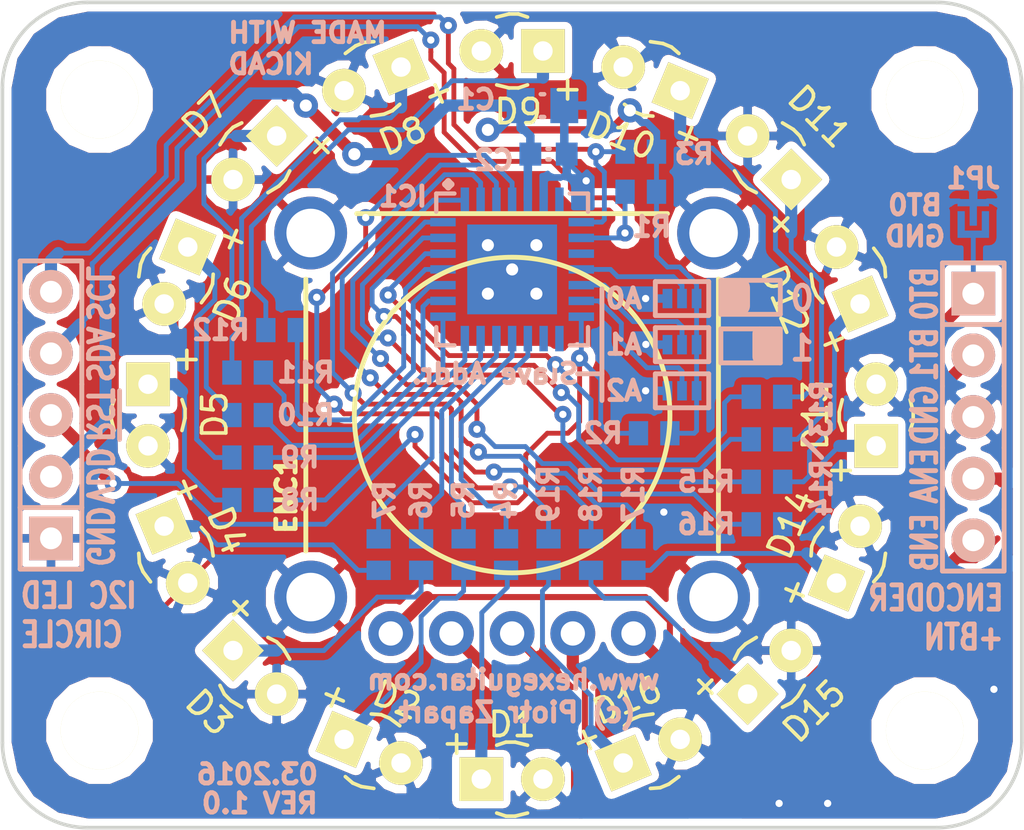
<source format=kicad_pcb>
(kicad_pcb (version 4) (host pcbnew 4.0.2-stable)
  (layers (0 F.Cu signal) (31 B.Cu signal) (34 B.Paste user) (35 F.Paste user) (36 B.SilkS user) (37 F.SilkS user) (38 B.Mask user) (39 F.Mask user) (44 Edge.Cuts user))
  (net 0 "")
  (net 1 /VDD)
  (net 2 GND)
  (net 3 "Net-(D1-Pad1)")
  (net 4 "Net-(D2-Pad1)")
  (net 5 "Net-(D3-Pad1)")
  (net 6 "Net-(D4-Pad1)")
  (net 7 "Net-(D5-Pad1)")
  (net 8 "Net-(D6-Pad1)")
  (net 9 "Net-(D7-Pad1)")
  (net 10 "Net-(D8-Pad1)")
  (net 11 "Net-(D9-Pad1)")
  (net 12 "Net-(D10-Pad1)")
  (net 13 "Net-(D11-Pad1)")
  (net 14 "Net-(D12-Pad1)")
  (net 15 "Net-(D13-Pad1)")
  (net 16 "Net-(D14-Pad1)")
  (net 17 "Net-(D15-Pad1)")
  (net 18 "Net-(D16-Pad1)")
  (net 19 /ENC_B)
  (net 20 /BTN1)
  (net 21 /ENC_A)
  (net 22 /BTN0)
  (net 23 /LED12)
  (net 24 /LED13)
  (net 25 /LED14)
  (net 26 /LED15)
  (net 27 /SCL)
  (net 28 "Net-(IC1-Pad11)")
  (net 29 "Net-(IC1-Pad12)")
  (net 30 "Net-(IC1-Pad13)")
  (net 31 /~RESET)
  (net 32 /LED0)
  (net 33 /LED1)
  (net 34 /LED2)
  (net 35 /LED3)
  (net 36 /LED4)
  (net 37 /LED5)
  (net 38 /LED6)
  (net 39 /LED7)
  (net 40 /LED8)
  (net 41 /LED9)
  (net 42 /LED10)
  (net 43 /LED11)
  (net 44 /SDA)
  (module H_vias:Via0703_GND (layer F.Cu) (at 136.25 88)
    (fp_text reference Via0703_GND hide)
    (fp_text value VAL** hide)
    (pad 1 thru_hole circle (at 0 0) (size 0.7 0.7) (drill 0.3) (layers *.Cu) (net 2 GND))
  )
  (module H_vias:Via0703_GND (layer F.Cu) (at 130 78)
    (fp_text reference Via0703_GND hide)
    (fp_text value VAL** hide)
    (pad 1 thru_hole circle (at 0 0) (size 0.7 0.7) (drill 0.5) (layers *.Cu) (net 2 GND))
  )
  (module H_vias:Via0703_GND (layer F.Cu) (at 129 79)
    (fp_text reference Via0703_GND hide)
    (fp_text value VAL** hide)
    (pad 1 thru_hole circle (at 0 0) (size 0.7 0.7) (drill 0.5) (layers *.Cu) (net 2 GND))
  )
  (module H_vias:Via0703_GND (layer F.Cu) (at 131 79)
    (fp_text reference Via0703_GND hide)
    (fp_text value VAL** hide)
    (pad 1 thru_hole circle (at 0 0) (size 0.7 0.7) (drill 0.5) (layers *.Cu) (net 2 GND))
  )
  (module H_vias:Via0703_GND (layer F.Cu) (at 131 77)
    (fp_text reference Via0703_GND hide)
    (fp_text value VAL** hide)
    (pad 1 thru_hole circle (at 0 0) (size 0.7 0.7) (drill 0.5) (layers *.Cu) (net 2 GND))
  )
  (module H_vias:Via0703_GND (layer F.Cu) (at 149.85 95.3)
    (fp_text reference Via0703_GND hide)
    (fp_text value VAL** hide)
    (pad 1 thru_hole circle (at 0 0) (size 0.7 0.7) (drill 0.3) (layers *.Cu) (net 2 GND))
  )
  (module H_vias:Via0703_GND (layer F.Cu) (at 143 100)
    (fp_text reference Via0703_GND hide)
    (fp_text value VAL** hide)
    (pad 1 thru_hole circle (at 0 0) (size 0.7 0.7) (drill 0.3) (layers *.Cu) (net 2 GND))
  )
  (module H_vias:Via0703_GND (layer F.Cu) (at 141 100)
    (fp_text reference Via0703_GND hide)
    (fp_text value VAL** hide)
    (pad 1 thru_hole circle (at 0 0) (size 0.7 0.7) (drill 0.3) (layers *.Cu) (net 2 GND))
  )
  (module IPC7351-Nominal:QFN65P600X600X100-29VN (layer B.Cu) (at 130 78 270)
    (fp_text reference IC1 (at -3 4.5 360) (layer B.SilkS) (effects (font (size 0.8 0.8) (thickness 0.2)) (justify mirror)))
    (fp_text value MCP23017_QFN)
    (pad 1 smd rect (at -2.84988 1.94818 270) (size 1.04902 0.34798) (layers B.Cu B.Paste B.Mask) (net 23 /LED12))
    (pad 2 smd rect (at -2.84988 1.29794 270) (size 1.04902 0.34798) (layers B.Cu B.Paste B.Mask) (net 24 /LED13))
    (pad 3 smd rect (at -2.84988 0.6477 270) (size 1.04902 0.34798) (layers B.Cu B.Paste B.Mask) (net 25 /LED14))
    (pad 4 smd rect (at -2.84988 0 270) (size 1.04902 0.34798) (layers B.Cu B.Paste B.Mask) (net 26 /LED15))
    (pad 5 smd rect (at -2.84988 -0.6477 270) (size 1.04902 0.34798) (layers B.Cu B.Paste B.Mask) (net 1 /VDD))
    (pad 6 smd rect (at -2.84988 -1.29794 270) (size 1.04902 0.34798) (layers B.Cu B.Paste B.Mask) (net 2 GND))
    (pad 7 smd rect (at -2.84988 -1.94818 270) (size 1.04902 0.34798) (layers B.Cu B.Paste B.Mask))
    (pad 8 smd rect (at -1.94818 -2.84988 270) (size 0.34798 1.04902) (layers B.Cu B.Paste B.Mask) (net 27 /SCL))
    (pad 9 smd rect (at -1.29794 -2.84988 270) (size 0.34798 1.04902) (layers B.Cu B.Paste B.Mask) (net 44 /SDA))
    (pad 10 smd rect (at -0.6477 -2.84988 270) (size 0.34798 1.04902) (layers B.Cu B.Paste B.Mask))
    (pad 11 smd rect (at 0 -2.84988 270) (size 0.34798 1.04902) (layers B.Cu B.Paste B.Mask) (net 28 "Net-(IC1-Pad11)"))
    (pad 12 smd rect (at 0.6477 -2.84988 270) (size 0.34798 1.04902) (layers B.Cu B.Paste B.Mask) (net 29 "Net-(IC1-Pad12)"))
    (pad 13 smd rect (at 1.29794 -2.84988 270) (size 0.34798 1.04902) (layers B.Cu B.Paste B.Mask) (net 30 "Net-(IC1-Pad13)"))
    (pad 14 smd rect (at 1.94818 -2.84988 270) (size 0.34798 1.04902) (layers B.Cu B.Paste B.Mask) (net 31 /~RESET))
    (pad 15 smd rect (at 2.84988 -1.94818 270) (size 1.04902 0.34798) (layers B.Cu B.Paste B.Mask))
    (pad 16 smd rect (at 2.84988 -1.29794 270) (size 1.04902 0.34798) (layers B.Cu B.Paste B.Mask))
    (pad 17 smd rect (at 2.84988 -0.6477 270) (size 1.04902 0.34798) (layers B.Cu B.Paste B.Mask) (net 32 /LED0))
    (pad 18 smd rect (at 2.84988 0 270) (size 1.04902 0.34798) (layers B.Cu B.Paste B.Mask) (net 33 /LED1))
    (pad 19 smd rect (at 2.84988 0.6477 270) (size 1.04902 0.34798) (layers B.Cu B.Paste B.Mask) (net 34 /LED2))
    (pad 20 smd rect (at 2.84988 1.29794 270) (size 1.04902 0.34798) (layers B.Cu B.Paste B.Mask) (net 35 /LED3))
    (pad 21 smd rect (at 2.84988 1.94818 270) (size 1.04902 0.34798) (layers B.Cu B.Paste B.Mask) (net 36 /LED4))
    (pad 22 smd rect (at 1.94818 2.84988 270) (size 0.34798 1.04902) (layers B.Cu B.Paste B.Mask) (net 37 /LED5))
    (pad 23 smd rect (at 1.29794 2.84988 270) (size 0.34798 1.04902) (layers B.Cu B.Paste B.Mask) (net 38 /LED6))
    (pad 24 smd rect (at 0.6477 2.84988 270) (size 0.34798 1.04902) (layers B.Cu B.Paste B.Mask) (net 39 /LED7))
    (pad 25 smd rect (at 0 2.84988 270) (size 0.34798 1.04902) (layers B.Cu B.Paste B.Mask) (net 40 /LED8))
    (pad 26 smd rect (at -0.6477 2.84988 270) (size 0.34798 1.04902) (layers B.Cu B.Paste B.Mask) (net 41 /LED9))
    (pad 27 smd rect (at -1.29794 2.84988 270) (size 0.34798 1.04902) (layers B.Cu B.Paste B.Mask) (net 42 /LED10))
    (pad 28 smd rect (at -1.94818 2.84988 270) (size 0.34798 1.04902) (layers B.Cu B.Paste B.Mask) (net 43 /LED11))
    (pad 29 smd rect (at 0 0 270) (size 3.7 3.7) (layers B.Cu B.Paste B.Mask) (net 2 GND))
  )
  (module H_smd_passives:CAPC_0805_2012X70N (layer B.Cu) (at 131.25 71.25)
    (fp_text reference C1 (at -2.75 -0.25) (layer B.SilkS) (effects (font (size 0.8 0.8) (thickness 0.2)) (justify mirror)))
    (fp_text value 10µ)
    (pad 1 smd rect (at -0.89916 0) (size 1.14808 1.4478) (layers B.Cu B.Paste B.Mask) (net 1 /VDD))
    (pad 2 smd rect (at 0.89916 0) (size 1.14808 1.4478) (layers B.Cu B.Paste B.Mask) (net 2 GND))
  )
  (module H_smd_passives:CAPC_0603_1608X55N (layer B.Cu) (at 131.5 73.25)
    (fp_text reference C2 (at -2.25 0.25) (layer B.SilkS) (effects (font (size 0.8 0.8) (thickness 0.2)) (justify mirror)))
    (fp_text value 100n)
    (pad 1 smd rect (at -0.7493 0) (size 0.89916 0.94996) (layers B.Cu B.Paste B.Mask) (net 1 /VDD))
    (pad 2 smd rect (at 0.7493 0) (size 0.89916 0.94996) (layers B.Cu B.Paste B.Mask) (net 2 GND))
  )
  (module H_LEDs:Diode_LED_3mm_round_vertical (layer F.Cu) (at 130 99)
    (fp_text reference D1 (at 0 -2.25) (layer F.SilkS))
    (fp_text value LED)
    (fp_text user + (at -2.286 -1.524) (layer F.SilkS))
    (pad 1 thru_hole rect (at -1.27 0 90) (size 1.8 1.8) (drill 0.8) (layers *.Cu *.Mask F.SilkS) (net 3 "Net-(D1-Pad1)"))
    (pad 2 thru_hole circle (at 1.27 0) (size 1.8 1.8) (drill 0.8) (layers *.Cu *.Mask F.SilkS) (net 2 GND))
  )
  (module H_LEDs:Diode_LED_3mm_round_vertical (layer F.Cu) (at 124.25 97.85 337.5)
    (fp_text reference D2 (at 0.120244 -2.32283 337.5) (layer F.SilkS))
    (fp_text value LED)
    (fp_text user + (at -2.286 -1.524 337.5) (layer F.SilkS))
    (pad 1 thru_hole rect (at -1.27 0 67.5) (size 1.8 1.8) (drill 0.8) (layers *.Cu *.Mask F.SilkS) (net 4 "Net-(D2-Pad1)"))
    (pad 2 thru_hole circle (at 1.27 0 337.5) (size 1.8 1.8) (drill 0.8) (layers *.Cu *.Mask F.SilkS) (net 2 GND))
  )
  (module H_LEDs:Diode_LED_3mm_round_vertical (layer F.Cu) (at 119.4 94.6 315)
    (fp_text reference D3 (at -0.176777 2.510229 315) (layer F.SilkS))
    (fp_text value LED)
    (fp_text user + (at -2.286 -1.524 315) (layer F.SilkS))
    (pad 1 thru_hole rect (at -1.27 0 45) (size 1.8 1.8) (drill 0.8) (layers *.Cu *.Mask F.SilkS) (net 5 "Net-(D3-Pad1)"))
    (pad 2 thru_hole circle (at 1.27 0 315) (size 1.8 1.8) (drill 0.8) (layers *.Cu *.Mask F.SilkS) (net 2 GND))
  )
  (module H_LEDs:Diode_LED_3mm_round_vertical (layer F.Cu) (at 116.15 89.75 292.5)
    (fp_text reference D4 (at -0.120244 -2.32283 292.5) (layer F.SilkS))
    (fp_text value LED)
    (fp_text user + (at -2.286 -1.524 292.5) (layer F.SilkS))
    (pad 1 thru_hole rect (at -1.27 0 22.5) (size 1.8 1.8) (drill 0.8) (layers *.Cu *.Mask F.SilkS) (net 6 "Net-(D4-Pad1)"))
    (pad 2 thru_hole circle (at 1.27 0 292.5) (size 1.8 1.8) (drill 0.8) (layers *.Cu *.Mask F.SilkS) (net 2 GND))
  )
  (module H_LEDs:Diode_LED_3mm_round_vertical (layer F.Cu) (at 115 84 270)
    (fp_text reference D5 (at 0 -2.75 270) (layer F.SilkS))
    (fp_text value LED)
    (fp_text user + (at -2.286 -1.524 270) (layer F.SilkS))
    (pad 1 thru_hole rect (at -1.27 0) (size 1.8 1.8) (drill 0.8) (layers *.Cu *.Mask F.SilkS) (net 7 "Net-(D5-Pad1)"))
    (pad 2 thru_hole circle (at 1.27 0 270) (size 1.8 1.8) (drill 0.8) (layers *.Cu *.Mask F.SilkS) (net 2 GND))
  )
  (module H_LEDs:Diode_LED_3mm_round_vertical (layer F.Cu) (at 116.15 78.25 247.5)
    (fp_text reference D6 (at 0.024573 -2.5538 247.5) (layer F.SilkS))
    (fp_text value LED)
    (fp_text user + (at -2.286 -1.524 247.5) (layer F.SilkS))
    (pad 1 thru_hole rect (at -1.27 0 337.5) (size 1.8 1.8) (drill 0.8) (layers *.Cu *.Mask F.SilkS) (net 8 "Net-(D6-Pad1)"))
    (pad 2 thru_hole circle (at 1.27 0 247.5) (size 1.8 1.8) (drill 0.8) (layers *.Cu *.Mask F.SilkS) (net 2 GND))
  )
  (module H_LEDs:Diode_LED_3mm_round_vertical (layer F.Cu) (at 119.4 73.4 225)
    (fp_text reference D7 (at 0.212132 2.687006 225) (layer F.SilkS))
    (fp_text value LED)
    (fp_text user + (at -2.286 -1.524 225) (layer F.SilkS))
    (pad 1 thru_hole rect (at -1.27 0 315) (size 1.8 1.8) (drill 0.8) (layers *.Cu *.Mask F.SilkS) (net 9 "Net-(D7-Pad1)"))
    (pad 2 thru_hole circle (at 1.27 0 225) (size 1.8 1.8) (drill 0.8) (layers *.Cu *.Mask F.SilkS) (net 2 GND))
  )
  (module H_LEDs:Diode_LED_3mm_round_vertical (layer F.Cu) (at 124.25 70.15 202.5)
    (fp_text reference D8 (at -0.255543 -2.649471 202.5) (layer F.SilkS))
    (fp_text value LED)
    (fp_text user + (at -2.286 -1.524 202.5) (layer F.SilkS))
    (pad 1 thru_hole rect (at -1.27 0 292.5) (size 1.8 1.8) (drill 0.8) (layers *.Cu *.Mask F.SilkS) (net 10 "Net-(D8-Pad1)"))
    (pad 2 thru_hole circle (at 1.27 0 202.5) (size 1.8 1.8) (drill 0.8) (layers *.Cu *.Mask F.SilkS) (net 2 GND))
  )
  (module H_LEDs:Diode_LED_3mm_round_vertical (layer F.Cu) (at 130 69 180)
    (fp_text reference D9 (at -0.25 -2.5 180) (layer F.SilkS))
    (fp_text value LED)
    (fp_text user + (at -2.286 -1.524 180) (layer F.SilkS))
    (pad 1 thru_hole rect (at -1.27 0 270) (size 1.8 1.8) (drill 0.8) (layers *.Cu *.Mask F.SilkS) (net 11 "Net-(D9-Pad1)"))
    (pad 2 thru_hole circle (at 1.27 0 180) (size 1.8 1.8) (drill 0.8) (layers *.Cu *.Mask F.SilkS) (net 2 GND))
  )
  (module H_LEDs:Diode_LED_3mm_round_vertical (layer F.Cu) (at 135.75 70.15 157.5)
    (fp_text reference D10 (at 0.255543 -2.649471 157.5) (layer F.SilkS))
    (fp_text value LED)
    (fp_text user + (at -2.286 -1.524 157.5) (layer F.SilkS))
    (pad 1 thru_hole rect (at -1.27 0 247.5) (size 1.8 1.8) (drill 0.8) (layers *.Cu *.Mask F.SilkS) (net 12 "Net-(D10-Pad1)"))
    (pad 2 thru_hole circle (at 1.27 0 157.5) (size 1.8 1.8) (drill 0.8) (layers *.Cu *.Mask F.SilkS) (net 2 GND))
  )
  (module H_LEDs:Diode_LED_3mm_round_vertical (layer F.Cu) (at 140.6 73.4 135)
    (fp_text reference D11 (at -0.247487 2.65165 135) (layer F.SilkS))
    (fp_text value LED)
    (fp_text user + (at -2.286 -1.524 135) (layer F.SilkS))
    (pad 1 thru_hole rect (at -1.27 0 225) (size 1.8 1.8) (drill 0.8) (layers *.Cu *.Mask F.SilkS) (net 13 "Net-(D11-Pad1)"))
    (pad 2 thru_hole circle (at 1.27 0 135) (size 1.8 1.8) (drill 0.8) (layers *.Cu *.Mask F.SilkS) (net 2 GND))
  )
  (module H_LEDs:Diode_LED_3mm_round_vertical (layer F.Cu) (at 143.85 78.25 112.5)
    (fp_text reference D12 (at 0.071097 -2.78477 112.5) (layer F.SilkS))
    (fp_text value LED)
    (fp_text user + (at -2.286 -1.524 112.5) (layer F.SilkS))
    (pad 1 thru_hole rect (at -1.27 0 202.5) (size 1.8 1.8) (drill 0.8) (layers *.Cu *.Mask F.SilkS) (net 14 "Net-(D12-Pad1)"))
    (pad 2 thru_hole circle (at 1.27 0 112.5) (size 1.8 1.8) (drill 0.8) (layers *.Cu *.Mask F.SilkS) (net 2 GND))
  )
  (module H_LEDs:Diode_LED_3mm_round_vertical (layer F.Cu) (at 145 84 90)
    (fp_text reference D13 (at 0 -2.5 90) (layer F.SilkS))
    (fp_text value LED)
    (fp_text user + (at -2.286 -1.524 90) (layer F.SilkS))
    (pad 1 thru_hole rect (at -1.27 0 180) (size 1.8 1.8) (drill 0.8) (layers *.Cu *.Mask F.SilkS) (net 15 "Net-(D13-Pad1)"))
    (pad 2 thru_hole circle (at 1.27 0 90) (size 1.8 1.8) (drill 0.8) (layers *.Cu *.Mask F.SilkS) (net 2 GND))
  )
  (module H_LEDs:Diode_LED_3mm_round_vertical (layer F.Cu) (at 143.85 89.75 67.5)
    (fp_text reference D14 (at 0.255543 -2.649471 67.5) (layer F.SilkS))
    (fp_text value LED)
    (fp_text user + (at -2.286 -1.524 67.5) (layer F.SilkS))
    (pad 1 thru_hole rect (at -1.27 0 157.5) (size 1.8 1.8) (drill 0.8) (layers *.Cu *.Mask F.SilkS) (net 16 "Net-(D14-Pad1)"))
    (pad 2 thru_hole circle (at 1.27 0 67.5) (size 1.8 1.8) (drill 0.8) (layers *.Cu *.Mask F.SilkS) (net 2 GND))
  )
  (module H_LEDs:Diode_LED_3mm_round_vertical (layer F.Cu) (at 140.6 94.6 45)
    (fp_text reference D15 (at 0.176777 2.439518 45) (layer F.SilkS))
    (fp_text value LED)
    (fp_text user + (at -2.286 -1.524 45) (layer F.SilkS))
    (pad 1 thru_hole rect (at -1.27 0 135) (size 1.8 1.8) (drill 0.8) (layers *.Cu *.Mask F.SilkS) (net 17 "Net-(D15-Pad1)"))
    (pad 2 thru_hole circle (at 1.27 0 45) (size 1.8 1.8) (drill 0.8) (layers *.Cu *.Mask F.SilkS) (net 2 GND))
  )
  (module H_LEDs:Diode_LED_3mm_round_vertical (layer F.Cu) (at 135.75 97.85 22.5)
    (fp_text reference D16 (at -0.120244 -2.32283 22.5) (layer F.SilkS))
    (fp_text value LED)
    (fp_text user + (at -2.286 -1.524 22.5) (layer F.SilkS))
    (pad 1 thru_hole rect (at -1.27 0 112.5) (size 1.8 1.8) (drill 0.8) (layers *.Cu *.Mask F.SilkS) (net 18 "Net-(D16-Pad1)"))
    (pad 2 thru_hole circle (at 1.27 0 22.5) (size 1.8 1.8) (drill 0.8) (layers *.Cu *.Mask F.SilkS) (net 2 GND))
  )
  (module H_Encoders:PanasonicEVEP_Encoder (layer F.Cu) (at 130 84)
    (fp_text reference ENC1 (at -9.3 3.3 90) (layer F.SilkS) (effects (font (size 0.8 0.8) (thickness 0.2))))
    (fp_text value Panasonic_EVEP_encoder)
    (pad "" np_thru_hole circle (at 0 0) (size 1.85 1.85) (drill 1.85) (layers *.Cu *.Mask))
    (pad 3 thru_hole circle (at 0 9) (size 1.85 1.85) (drill 1) (layers *.Cu *.Mask) (net 2 GND))
    (pad 4 thru_hole circle (at 2.5 9) (size 1.85 1.85) (drill 1) (layers *.Cu *.Mask) (net 19 /ENC_B))
    (pad 5 thru_hole circle (at 5 9) (size 1.85 1.85) (drill 1) (layers *.Cu *.Mask) (net 20 /BTN1))
    (pad 2 thru_hole circle (at -2.5 9) (size 1.85 1.85) (drill 1) (layers *.Cu *.Mask) (net 21 /ENC_A))
    (pad 1 thru_hole circle (at -5 9) (size 1.85 1.85) (drill 1) (layers *.Cu *.Mask) (net 22 /BTN0))
    (pad 6 thru_hole circle (at 8.3 7.5) (size 3 3) (drill 2) (layers *.Cu *.Mask) (net 2 GND))
    (pad 7 thru_hole circle (at 8.3 -7.5) (size 3 3) (drill 2) (layers *.Cu *.Mask) (net 2 GND))
    (pad 8 thru_hole circle (at -8.3 -7.5) (size 3 3) (drill 2) (layers *.Cu *.Mask) (net 2 GND))
    (pad 9 thru_hole circle (at -8.3 7.5) (size 3 3) (drill 2) (layers *.Cu *.Mask) (net 2 GND))
  )
  (module H_pin_headers:1x5_254 (layer B.Cu) (at 149 84.08 90)
    (fp_text reference P1 hide)
    (fp_text value CONN_01X05 hide)
    (pad 1 thru_hole rect (at 5.08 0 90) (size 1.8 1.8) (drill 0.9) (layers *.Cu *.Mask B.SilkS) (net 22 /BTN0))
    (pad 2 thru_hole circle (at 2.54 0 90) (size 1.8 1.8) (drill 0.9) (layers *.Cu *.Mask B.SilkS) (net 20 /BTN1))
    (pad 3 thru_hole circle (at 0 0 90) (size 1.8 1.8) (drill 0.9) (layers *.Cu *.Mask B.SilkS) (net 2 GND))
    (pad 4 thru_hole circle (at -2.54 0 90) (size 1.8 1.8) (drill 0.9) (layers *.Cu *.Mask B.SilkS) (net 21 /ENC_A))
    (pad 5 thru_hole circle (at -5.08 0 90) (size 1.8 1.8) (drill 0.9) (layers *.Cu *.Mask B.SilkS) (net 19 /ENC_B))
  )
  (module H_pin_headers:1x5_254 (layer B.Cu) (at 111 84 270)
    (fp_text reference P2 hide)
    (fp_text value CONN_01X05 hide)
    (pad 1 thru_hole rect (at 5.08 0 270) (size 1.8 1.8) (drill 0.9) (layers *.Cu *.Mask B.SilkS) (net 2 GND))
    (pad 2 thru_hole circle (at 2.54 0 270) (size 1.8 1.8) (drill 0.9) (layers *.Cu *.Mask B.SilkS) (net 1 /VDD))
    (pad 3 thru_hole circle (at 0 0 270) (size 1.8 1.8) (drill 0.9) (layers *.Cu *.Mask B.SilkS) (net 31 /~RESET))
    (pad 4 thru_hole circle (at -2.54 0 270) (size 1.8 1.8) (drill 0.9) (layers *.Cu *.Mask B.SilkS) (net 44 /SDA))
    (pad 5 thru_hole circle (at -5.08 0 270) (size 1.8 1.8) (drill 0.9) (layers *.Cu *.Mask B.SilkS) (net 27 /SCL))
  )
  (module H_smd_passives:RESC_0603_1508X63N (layer B.Cu) (at 135.3 74.8)
    (fp_text reference R1 (at 0.45 1.45) (layer B.SilkS) (effects (font (size 0.8 0.8) (thickness 0.2)) (justify mirror)))
    (fp_text value 2k2)
    (pad 1 smd rect (at -0.6477 0) (size 0.79756 0.99822) (layers B.Cu B.Paste B.Mask) (net 44 /SDA))
    (pad 2 smd rect (at 0.6477 0) (size 0.79756 0.99822) (layers B.Cu B.Paste B.Mask) (net 1 /VDD))
  )
  (module H_smd_passives:RESC_0603_1508X63N (layer B.Cu) (at 135.8523 84.75)
    (fp_text reference R2 (at -2.1023 0) (layer B.SilkS) (effects (font (size 0.8 0.8) (thickness 0.2)) (justify mirror)))
    (fp_text value 10k)
    (pad 1 smd rect (at -0.6477 0) (size 0.79756 0.99822) (layers B.Cu B.Paste B.Mask) (net 31 /~RESET))
    (pad 2 smd rect (at 0.6477 0) (size 0.79756 0.99822) (layers B.Cu B.Paste B.Mask) (net 1 /VDD))
  )
  (module H_smd_passives:RESC_0603_1508X63N (layer B.Cu) (at 135.3 73.15)
    (fp_text reference R3 (at 2.2 0.1) (layer B.SilkS) (effects (font (size 0.8 0.8) (thickness 0.2)) (justify mirror)))
    (fp_text value 2k2)
    (pad 1 smd rect (at -0.6477 0) (size 0.79756 0.99822) (layers B.Cu B.Paste B.Mask) (net 27 /SCL))
    (pad 2 smd rect (at 0.6477 0) (size 0.79756 0.99822) (layers B.Cu B.Paste B.Mask) (net 1 /VDD))
  )
  (module H_smd_passives:RESC_0603_1508X63N (layer B.Cu) (at 129.75 89.75 90)
    (fp_text reference R4 (at 2.25 0 90) (layer B.SilkS) (effects (font (size 0.8 0.8) (thickness 0.2)) (justify mirror)))
    (fp_text value R)
    (pad 1 smd rect (at -0.6477 0 90) (size 0.79756 0.99822) (layers B.Cu B.Paste B.Mask) (net 3 "Net-(D1-Pad1)"))
    (pad 2 smd rect (at 0.6477 0 90) (size 0.79756 0.99822) (layers B.Cu B.Paste B.Mask) (net 32 /LED0))
  )
  (module H_smd_passives:RESC_0603_1508X63N (layer B.Cu) (at 128 89.75 90)
    (fp_text reference R5 (at 2.25 0 90) (layer B.SilkS) (effects (font (size 0.8 0.8) (thickness 0.2)) (justify mirror)))
    (fp_text value R)
    (pad 1 smd rect (at -0.6477 0 90) (size 0.79756 0.99822) (layers B.Cu B.Paste B.Mask) (net 4 "Net-(D2-Pad1)"))
    (pad 2 smd rect (at 0.6477 0 90) (size 0.79756 0.99822) (layers B.Cu B.Paste B.Mask) (net 33 /LED1))
  )
  (module H_smd_passives:RESC_0603_1508X63N (layer B.Cu) (at 126.25 89.75 90)
    (fp_text reference R6 (at 2.25 0 90) (layer B.SilkS) (effects (font (size 0.8 0.8) (thickness 0.2)) (justify mirror)))
    (fp_text value R)
    (pad 1 smd rect (at -0.6477 0 90) (size 0.79756 0.99822) (layers B.Cu B.Paste B.Mask) (net 5 "Net-(D3-Pad1)"))
    (pad 2 smd rect (at 0.6477 0 90) (size 0.79756 0.99822) (layers B.Cu B.Paste B.Mask) (net 34 /LED2))
  )
  (module H_smd_passives:RESC_0603_1508X63N (layer B.Cu) (at 124.5 89.75 90)
    (fp_text reference R7 (at 2.25 0.25 90) (layer B.SilkS) (effects (font (size 0.8 0.8) (thickness 0.2)) (justify mirror)))
    (fp_text value R)
    (pad 1 smd rect (at -0.6477 0 90) (size 0.79756 0.99822) (layers B.Cu B.Paste B.Mask) (net 6 "Net-(D4-Pad1)"))
    (pad 2 smd rect (at 0.6477 0 90) (size 0.79756 0.99822) (layers B.Cu B.Paste B.Mask) (net 35 /LED3))
  )
  (module H_smd_passives:RESC_0603_1508X63N (layer B.Cu) (at 119.1023 87.5)
    (fp_text reference R8 (at 2.1477 0) (layer B.SilkS) (effects (font (size 0.8 0.8) (thickness 0.2)) (justify mirror)))
    (fp_text value R)
    (pad 1 smd rect (at -0.6477 0) (size 0.79756 0.99822) (layers B.Cu B.Paste B.Mask) (net 7 "Net-(D5-Pad1)"))
    (pad 2 smd rect (at 0.6477 0) (size 0.79756 0.99822) (layers B.Cu B.Paste B.Mask) (net 36 /LED4))
  )
  (module H_smd_passives:RESC_0603_1508X63N (layer B.Cu) (at 119.1023 85.75)
    (fp_text reference R9 (at 2.1477 0) (layer B.SilkS) (effects (font (size 0.8 0.8) (thickness 0.2)) (justify mirror)))
    (fp_text value R)
    (pad 1 smd rect (at -0.6477 0) (size 0.79756 0.99822) (layers B.Cu B.Paste B.Mask) (net 8 "Net-(D6-Pad1)"))
    (pad 2 smd rect (at 0.6477 0) (size 0.79756 0.99822) (layers B.Cu B.Paste B.Mask) (net 37 /LED5))
  )
  (module H_smd_passives:RESC_0603_1508X63N (layer B.Cu) (at 119.1023 84)
    (fp_text reference R10 (at 2.3977 0) (layer B.SilkS) (effects (font (size 0.8 0.8) (thickness 0.2)) (justify mirror)))
    (fp_text value R)
    (pad 1 smd rect (at -0.6477 0) (size 0.79756 0.99822) (layers B.Cu B.Paste B.Mask) (net 9 "Net-(D7-Pad1)"))
    (pad 2 smd rect (at 0.6477 0) (size 0.79756 0.99822) (layers B.Cu B.Paste B.Mask) (net 38 /LED6))
  )
  (module H_smd_passives:RESC_0603_1508X63N (layer B.Cu) (at 119.1023 82.25)
    (fp_text reference R11 (at 2.3977 0) (layer B.SilkS) (effects (font (size 0.8 0.8) (thickness 0.2)) (justify mirror)))
    (fp_text value R)
    (pad 1 smd rect (at -0.6477 0) (size 0.79756 0.99822) (layers B.Cu B.Paste B.Mask) (net 10 "Net-(D8-Pad1)"))
    (pad 2 smd rect (at 0.6477 0) (size 0.79756 0.99822) (layers B.Cu B.Paste B.Mask) (net 39 /LED7))
  )
  (module H_smd_passives:RESC_0603_1508X63N (layer B.Cu) (at 120.5 80.5)
    (fp_text reference R12 (at -2.5 0) (layer B.SilkS) (effects (font (size 0.8 0.8) (thickness 0.2)) (justify mirror)))
    (fp_text value R)
    (pad 1 smd rect (at -0.6477 0) (size 0.79756 0.99822) (layers B.Cu B.Paste B.Mask) (net 11 "Net-(D9-Pad1)"))
    (pad 2 smd rect (at 0.6477 0) (size 0.79756 0.99822) (layers B.Cu B.Paste B.Mask) (net 40 /LED8))
  )
  (module H_smd_passives:RESC_0603_1508X63N (layer B.Cu) (at 140.5 83.25 180)
    (fp_text reference R13 (at -2.25 -0.5 270) (layer B.SilkS) (effects (font (size 0.8 0.8) (thickness 0.2)) (justify mirror)))
    (fp_text value R)
    (pad 1 smd rect (at -0.6477 0 180) (size 0.79756 0.99822) (layers B.Cu B.Paste B.Mask) (net 12 "Net-(D10-Pad1)"))
    (pad 2 smd rect (at 0.6477 0 180) (size 0.79756 0.99822) (layers B.Cu B.Paste B.Mask) (net 41 /LED9))
  )
  (module H_smd_passives:RESC_0603_1508X63N (layer B.Cu) (at 140.5 85 180)
    (fp_text reference R14 (at -2.25 -2 450) (layer B.SilkS) (effects (font (size 0.8 0.8) (thickness 0.2)) (justify mirror)))
    (fp_text value R)
    (pad 1 smd rect (at -0.6477 0 180) (size 0.79756 0.99822) (layers B.Cu B.Paste B.Mask) (net 13 "Net-(D11-Pad1)"))
    (pad 2 smd rect (at 0.6477 0 180) (size 0.79756 0.99822) (layers B.Cu B.Paste B.Mask) (net 42 /LED10))
  )
  (module H_smd_passives:RESC_0603_1508X63N (layer B.Cu) (at 140.5 86.75 180)
    (fp_text reference R15 (at 2.5 0 180) (layer B.SilkS) (effects (font (size 0.8 0.8) (thickness 0.2)) (justify mirror)))
    (fp_text value R)
    (pad 1 smd rect (at -0.6477 0 180) (size 0.79756 0.99822) (layers B.Cu B.Paste B.Mask) (net 14 "Net-(D12-Pad1)"))
    (pad 2 smd rect (at 0.6477 0 180) (size 0.79756 0.99822) (layers B.Cu B.Paste B.Mask) (net 43 /LED11))
  )
  (module H_smd_passives:RESC_0603_1508X63N (layer B.Cu) (at 140.5 88.5 180)
    (fp_text reference R16 (at 2.5 0 180) (layer B.SilkS) (effects (font (size 0.8 0.8) (thickness 0.2)) (justify mirror)))
    (fp_text value R)
    (pad 1 smd rect (at -0.6477 0 180) (size 0.79756 0.99822) (layers B.Cu B.Paste B.Mask) (net 15 "Net-(D13-Pad1)"))
    (pad 2 smd rect (at 0.6477 0 180) (size 0.79756 0.99822) (layers B.Cu B.Paste B.Mask) (net 23 /LED12))
  )
  (module H_smd_passives:RESC_0603_1508X63N (layer B.Cu) (at 135 89.75 90)
    (fp_text reference R17 (at 2.5 0 90) (layer B.SilkS) (effects (font (size 0.8 0.8) (thickness 0.2)) (justify mirror)))
    (fp_text value R)
    (pad 1 smd rect (at -0.6477 0 90) (size 0.79756 0.99822) (layers B.Cu B.Paste B.Mask) (net 16 "Net-(D14-Pad1)"))
    (pad 2 smd rect (at 0.6477 0 90) (size 0.79756 0.99822) (layers B.Cu B.Paste B.Mask) (net 24 /LED13))
  )
  (module H_smd_passives:RESC_0603_1508X63N (layer B.Cu) (at 133.25 89.75 90)
    (fp_text reference R18 (at 2.5 0 90) (layer B.SilkS) (effects (font (size 0.8 0.8) (thickness 0.2)) (justify mirror)))
    (fp_text value R)
    (pad 1 smd rect (at -0.6477 0 90) (size 0.79756 0.99822) (layers B.Cu B.Paste B.Mask) (net 17 "Net-(D15-Pad1)"))
    (pad 2 smd rect (at 0.6477 0 90) (size 0.79756 0.99822) (layers B.Cu B.Paste B.Mask) (net 25 /LED14))
  )
  (module H_smd_passives:RESC_0603_1508X63N (layer B.Cu) (at 131.5 89.75 90)
    (fp_text reference R19 (at 2.5 0 90) (layer B.SilkS) (effects (font (size 0.8 0.8) (thickness 0.2)) (justify mirror)))
    (fp_text value R)
    (pad 1 smd rect (at -0.6477 0 90) (size 0.79756 0.99822) (layers B.Cu B.Paste B.Mask) (net 18 "Net-(D16-Pad1)"))
    (pad 2 smd rect (at 0.6477 0 90) (size 0.79756 0.99822) (layers B.Cu B.Paste B.Mask) (net 26 /LED15))
  )
  (module H_switches:SPDT_BlobSwitch_SMD (layer B.Cu) (at 137 79.2)
    (fp_text reference SW1 hide)
    (fp_text value PCB_SPDT hide)
    (pad 1 smd rect (at -0.6 0) (size 0.4 0.8) (layers B.Cu B.Mask) (net 2 GND))
    (pad 2 smd rect (at 0 0) (size 0.4 0.8) (layers B.Cu B.Mask) (net 28 "Net-(IC1-Pad11)"))
    (pad 3 smd rect (at 0.6 0) (size 0.4 0.8) (layers B.Cu B.Mask) (net 1 /VDD))
  )
  (module H_switches:SPDT_BlobSwitch_SMD (layer B.Cu) (at 137 81.1)
    (fp_text reference SW2 hide)
    (fp_text value PCB_SPDT hide)
    (pad 1 smd rect (at -0.6 0) (size 0.4 0.8) (layers B.Cu B.Mask) (net 2 GND))
    (pad 2 smd rect (at 0 0) (size 0.4 0.8) (layers B.Cu B.Mask) (net 29 "Net-(IC1-Pad12)"))
    (pad 3 smd rect (at 0.6 0) (size 0.4 0.8) (layers B.Cu B.Mask) (net 1 /VDD))
  )
  (module H_switches:SPDT_BlobSwitch_SMD (layer B.Cu) (at 137 83)
    (fp_text reference SW3 hide)
    (fp_text value PCB_SPDT hide)
    (pad 1 smd rect (at -0.6 0) (size 0.4 0.8) (layers B.Cu B.Mask) (net 2 GND))
    (pad 2 smd rect (at 0 0) (size 0.4 0.8) (layers B.Cu B.Mask) (net 30 "Net-(IC1-Pad13)"))
    (pad 3 smd rect (at 0.6 0) (size 0.4 0.8) (layers B.Cu B.Mask) (net 1 /VDD))
  )
  (module H_switches:PCB_jumper_2 (layer B.Cu) (at 149 75.9)
    (fp_text reference JP1 (at 0 -1.65) (layer B.SilkS) (effects (font (size 0.8 0.8) (thickness 0.2)) (justify mirror)))
    (fp_text value Jumper_NO_Small hide)
    (pad 1 smd rect (at -0.5 0.15) (size 0.3 0.9) (layers B.Cu B.Mask) (net 22 /BTN0))
    (pad 2 smd rect (at 0 -0.15 270) (size 0.9 0.3) (layers B.Cu B.Mask) (net 2 GND))
    (pad 1 smd rect (at 0.5 0.15) (size 0.3 0.9) (layers B.Cu B.Mask) (net 22 /BTN0))
    (pad 1 smd rect (at 0 0.65 270) (size 0.3 1.3) (layers B.Cu B.Mask) (net 22 /BTN0))
    (pad 2 smd rect (at 0 -0.65 180) (size 1.3 0.3) (layers B.Cu B.Mask) (net 2 GND))
  )
  (module Mounting_Holes:MountingHole_3-5mm (layer F.Cu) (at 113 71)
    (fp_text reference MP1 hide)
    (fp_text value SCREW)
    (pad "" np_thru_hole circle (at 0 0) (size 3.2 3.2) (drill 3.2) (layers *.Cu *.Mask F.SilkS) (clearance 0.6))
  )
  (module Mounting_Holes:MountingHole_3-5mm (layer F.Cu) (at 147 71)
    (fp_text reference MP2 hide)
    (fp_text value SCREW)
    (pad "" np_thru_hole circle (at 0 0) (size 3.2 3.2) (drill 3.2) (layers *.Cu *.Mask F.SilkS) (clearance 0.6))
  )
  (module Mounting_Holes:MountingHole_3-5mm (layer F.Cu) (at 113 97)
    (fp_text reference MP3 hide)
    (fp_text value SCREW)
    (pad "" np_thru_hole circle (at 0 0) (size 3.2 3.2) (drill 3.2) (layers *.Cu *.Mask F.SilkS) (clearance 0.6))
  )
  (module Mounting_Holes:MountingHole_3-5mm (layer F.Cu) (at 147 97)
    (fp_text reference MP4 hide)
    (fp_text value SCREW)
    (pad "" np_thru_hole circle (at 0 0) (size 3.2 3.2) (drill 3.2) (layers *.Cu *.Mask F.SilkS) (clearance 0.6))
  )
  (module H_vias:Via0703_GND (layer F.Cu) (at 129 77)
    (fp_text reference Via0703_GND hide)
    (fp_text value VAL** hide)
    (pad 1 thru_hole circle (at 0 0) (size 0.7 0.7) (drill 0.5) (layers *.Cu) (net 2 GND))
  )
  (gr_text "MADE WITH\nKICAD" (at 118.2 68.9) (layer B.SilkS) (effects (font (size 0.8 0.8) (thickness 0.2)) (justify right mirror)))
  (gr_text 03.2016 (at 119.5 98.8) (layer B.SilkS) (effects (font (size 0.8 0.8) (thickness 0.2)) (justify mirror)))
  (gr_line (start 132.7 82.3) (end 133.7 82.3) (layer B.SilkS) (width 0.2))
  (gr_line (start 133.7 78.8) (end 133.7 83.4) (layer B.SilkS) (width 0.2))
  (gr_text "Slave Addr." (at 129.3 82.3) (layer B.SilkS) (effects (font (size 0.8 0.8) (thickness 0.2)) (justify mirror)))
  (gr_text "REV 1.0" (at 119.6 100) (layer B.SilkS) (effects (font (size 0.8 0.8) (thickness 0.2)) (justify mirror)))
  (gr_text "(c) Piotr Zapart " (at 129.9 96.25) (layer B.SilkS) (effects (font (size 0.8 0.8) (thickness 0.2)) (justify mirror)))
  (gr_text "I2C LED\nCIRCLE" (at 109.65 92.25) (layer B.SilkS) (effects (font (size 1 0.8) (thickness 0.2)) (justify right mirror)))
  (gr_text "ENCODER\n+BTN" (at 150.35 92.35) (layer B.SilkS) (effects (font (size 1 0.8) (thickness 0.2)) (justify left mirror)))
  (gr_text www.hexeguitar.com (at 130.05 94.9) (layer B.SilkS) (effects (font (size 0.8 0.8) (thickness 0.2)) (justify mirror)))
  (gr_text ENB (at 147 89.25 90) (layer B.SilkS) (effects (font (size 1 0.8) (thickness 0.2)) (justify mirror)))
  (gr_text ENA (at 147 86.5 90) (layer B.SilkS) (effects (font (size 1 0.8) (thickness 0.2)) (justify mirror)))
  (gr_text GND (at 147 84 90) (layer B.SilkS) (effects (font (size 1 0.8) (thickness 0.2)) (justify mirror)))
  (gr_text "BT1\n" (at 147 81.5 90) (layer B.SilkS) (effects (font (size 1 0.8) (thickness 0.2)) (justify mirror)))
  (gr_text "BT0\n" (at 147 79 90) (layer B.SilkS) (effects (font (size 1 0.8) (thickness 0.2)) (justify mirror)))
  (gr_text "BT0\nGND" (at 146.6 76) (layer B.SilkS) (effects (font (size 0.8 0.8) (thickness 0.2)) (justify mirror)))
  (gr_text 1 (at 141.95 81.25) (layer B.SilkS) (effects (font (size 1 1) (thickness 0.2)) (justify mirror)))
  (gr_text 0 (at 141.95 79.2) (layer B.SilkS) (effects (font (size 1 1) (thickness 0.2)) (justify mirror)))
  (gr_line (start 141.05 81.85) (end 141.05 80.45) (layer B.SilkS) (width 0.2))
  (gr_line (start 138.6 81.85) (end 141.05 81.85) (layer B.SilkS) (width 0.2))
  (gr_line (start 138.6 80.45) (end 138.6 81.85) (layer B.SilkS) (width 0.2))
  (gr_line (start 141.05 80.45) (end 138.6 80.45) (layer B.SilkS) (width 0.2))
  (gr_line (start 140.7 80.75) (end 140.7 81.5) (layer B.SilkS) (width 0.8))
  (gr_line (start 140.2 80.65) (end 140.2 81.6) (layer B.SilkS) (width 0.6))
  (gr_line (start 139.4 78.75) (end 139.4 79.5) (layer B.SilkS) (width 0.8))
  (gr_line (start 138.9 78.65) (end 138.9 79.6) (layer B.SilkS) (width 0.6))
  (gr_line (start 141.05 78.45) (end 138.6 78.45) (layer B.SilkS) (width 0.2))
  (gr_line (start 141.05 79.85) (end 141.05 78.45) (layer B.SilkS) (width 0.2))
  (gr_line (start 138.6 79.85) (end 141.05 79.85) (layer B.SilkS) (width 0.2))
  (gr_line (start 138.6 78.45) (end 138.6 79.85) (layer B.SilkS) (width 0.2))
  (gr_text "A0\n" (at 134.6 79.2) (layer B.SilkS) (effects (font (size 0.8 0.8) (thickness 0.2)) (justify mirror)))
  (gr_text A1 (at 134.6 81.1) (layer B.SilkS) (effects (font (size 0.8 0.8) (thickness 0.2)) (justify mirror)))
  (gr_text A2 (at 134.6 83) (layer B.SilkS) (effects (font (size 0.8 0.8) (thickness 0.2)) (justify mirror)))
  (gr_arc (start 112.500001 70.5) (end 109.000001 70.5) (angle 89.99998363) (layer Edge.Cuts) (width 0.15))
  (gr_arc (start 112.5 97.499999) (end 112.5 100.999999) (angle 89.99998363) (layer Edge.Cuts) (width 0.15))
  (gr_arc (start 147.5 97.5) (end 151 97.5) (angle 89.99998363) (layer Edge.Cuts) (width 0.15))
  (gr_arc (start 147.5 70.5) (end 147.5 67) (angle 89.99998363) (layer Edge.Cuts) (width 0.15))
  (gr_text SCL (at 113 79 270) (layer B.SilkS) (effects (font (size 1 0.8) (thickness 0.2)) (justify mirror)))
  (gr_text SDA (at 113 81.5 270) (layer B.SilkS) (effects (font (size 1 0.8) (thickness 0.2)) (justify mirror)))
  (gr_text ~RST (at 113 84 270) (layer B.SilkS) (effects (font (size 1 0.8) (thickness 0.2)) (justify mirror)))
  (gr_text VDD (at 113 86.5 270) (layer B.SilkS) (effects (font (size 1 0.8) (thickness 0.2)) (justify mirror)))
  (gr_text GND (at 113 89 270) (layer B.SilkS) (effects (font (size 1 0.8) (thickness 0.2)) (justify mirror)))
  (gr_line (start 142 85) (end 142.75 85.75) (layer B.SilkS) (width 0.2))
  (gr_line (start 109 97.5) (end 109 70.5) (layer Edge.Cuts) (width 0.15))
  (gr_line (start 147.5 101) (end 112.5 101) (layer Edge.Cuts) (width 0.15))
  (gr_line (start 151 70.5) (end 151 97.5) (layer Edge.Cuts) (width 0.15))
  (gr_line (start 112.5 67) (end 147.5 67) (layer Edge.Cuts) (width 0.15))
  (segment (start 121.5 71.25) (end 121.000001 70.750001) (width 0.5) (layer B.Cu) (net 1))
  (segment (start 121.000001 70.750001) (end 119.222166 70.750001) (width 0.5) (layer B.Cu) (net 1))
  (segment (start 119.222166 70.750001) (end 116.75 73.222167) (width 0.5) (layer B.Cu) (net 1))
  (segment (start 116.75 74.5) (end 113.250001 77.999999) (width 0.5) (layer B.Cu) (net 1))
  (segment (start 116.75 73.222167) (end 116.75 74.5) (width 0.5) (layer B.Cu) (net 1))
  (segment (start 111.899999 85.640001) (end 111 86.54) (width 0.5) (layer B.Cu) (net 1))
  (segment (start 113.250001 77.999999) (end 113.250001 84.289999) (width 0.5) (layer B.Cu) (net 1))
  (segment (start 113.250001 84.289999) (end 111.899999 85.640001) (width 0.5) (layer B.Cu) (net 1))
  (segment (start 130 71.25) (end 130 71.7) (width 0.3) (layer B.Cu) (net 1))
  (segment (start 130 71.7) (end 129.45 72.25) (width 0.3) (layer B.Cu) (net 1))
  (segment (start 129.45 72.25) (end 129 72.25) (width 0.3) (layer B.Cu) (net 1))
  (segment (start 129 72.25) (end 134.05 72.25) (width 0.3) (layer F.Cu) (net 1))
  (segment (start 134.05 72.25) (end 134.85 71.45) (width 0.3) (layer F.Cu) (net 1))
  (segment (start 135.549999 71.949999) (end 135.9477 72.3477) (width 0.3) (layer B.Cu) (net 1))
  (via (at 129 72.25) (size 1) (drill 0.5) (layers F.Cu B.Cu) (net 1))
  (via (at 134.85 71.45) (size 1) (drill 0.5) (layers F.Cu B.Cu) (net 1))
  (segment (start 135.349999 71.949999) (end 135.549999 71.949999) (width 0.3) (layer B.Cu) (net 1))
  (segment (start 134.85 71.45) (end 135.349999 71.949999) (width 0.3) (layer B.Cu) (net 1))
  (segment (start 135.9477 72.3477) (end 135.9477 73.15) (width 0.3) (layer B.Cu) (net 1))
  (segment (start 130.35084 71.25) (end 130 71.25) (width 0.2) (layer B.Cu) (net 1))
  (segment (start 135.9477 74.8) (end 135.9477 75.49911) (width 0.2) (layer B.Cu) (net 1))
  (segment (start 135.9477 75.49911) (end 135.95 75.50141) (width 0.2) (layer B.Cu) (net 1))
  (segment (start 135.95 75.50141) (end 135.95 77.45) (width 0.2) (layer B.Cu) (net 1))
  (segment (start 135.95 77.45) (end 136.39999 77.89999) (width 0.2) (layer B.Cu) (net 1))
  (segment (start 136.39999 77.89999) (end 136.89999 77.89999) (width 0.2) (layer B.Cu) (net 1))
  (segment (start 136.89999 77.89999) (end 137.6 78.6) (width 0.2) (layer B.Cu) (net 1))
  (segment (start 137.6 78.6) (end 137.6 79.2) (width 0.2) (layer B.Cu) (net 1))
  (segment (start 135.9477 73.15) (end 135.9477 74.8) (width 0.2) (layer B.Cu) (net 1))
  (segment (start 137.6 79.2) (end 137.6 81.1) (width 0.2) (layer B.Cu) (net 1))
  (segment (start 137.6 81.1) (end 137.6 83) (width 0.2) (layer B.Cu) (net 1))
  (segment (start 137.5 84.75) (end 137.6 84.65) (width 0.2) (layer B.Cu) (net 1))
  (segment (start 137.6 84.65) (end 137.6 83) (width 0.2) (layer B.Cu) (net 1))
  (segment (start 136.5 84.75) (end 137.5 84.75) (width 0.2) (layer B.Cu) (net 1))
  (segment (start 123.5 73.25) (end 121.5 71.25) (width 0.5) (layer F.Cu) (net 1))
  (via (at 121.5 71.25) (size 1) (drill 0.5) (layers F.Cu B.Cu) (net 1))
  (segment (start 130.35084 71.25) (end 127.277832 71.25) (width 0.5) (layer B.Cu) (net 1))
  (segment (start 127.277832 71.25) (end 125.277832 73.25) (width 0.5) (layer B.Cu) (net 1))
  (segment (start 125.277832 73.25) (end 123.5 73.25) (width 0.5) (layer B.Cu) (net 1))
  (via (at 123.5 73.25) (size 1) (drill 0.5) (layers F.Cu B.Cu) (net 1))
  (segment (start 130.35084 71.25) (end 130.35084 72.1739) (width 0.35) (layer B.Cu) (net 1))
  (segment (start 130.7507 72.5007) (end 130.7507 73.25) (width 0.35) (layer B.Cu) (net 1))
  (segment (start 130.5 72.25) (end 130.7507 72.5007) (width 0.35) (layer B.Cu) (net 1))
  (segment (start 130.42694 72.25) (end 130.5 72.25) (width 0.35) (layer B.Cu) (net 1))
  (segment (start 130.35084 72.1739) (end 130.42694 72.25) (width 0.35) (layer B.Cu) (net 1))
  (segment (start 130.6477 75.15012) (end 130.6477 73.353) (width 0.35) (layer B.Cu) (net 1))
  (segment (start 130.6477 73.353) (end 130.7507 73.25) (width 0.2) (layer B.Cu) (net 1))
  (segment (start 131.27 99) (end 132.77 100.5) (width 0.25) (layer B.Cu) (net 2))
  (segment (start 132.77 100.5) (end 137.25 100.5) (width 0.25) (layer B.Cu) (net 2))
  (segment (start 137.25 100.5) (end 138.2 99.55) (width 0.25) (layer B.Cu) (net 2))
  (segment (start 138.2 99.55) (end 138.2 98.640665) (width 0.25) (layer B.Cu) (net 2))
  (segment (start 125.423327 98.336008) (end 125.423327 98.923327) (width 0.25) (layer B.Cu) (net 2))
  (segment (start 125.423327 98.923327) (end 127 100.5) (width 0.25) (layer B.Cu) (net 2))
  (segment (start 127 100.5) (end 129.77 100.5) (width 0.25) (layer B.Cu) (net 2))
  (segment (start 129.77 100.5) (end 131.27 99) (width 0.25) (layer B.Cu) (net 2))
  (segment (start 141.498026 93.701974) (end 140.201974 93.701974) (width 0.2) (layer F.Cu) (net 2))
  (segment (start 140.201974 93.701974) (end 139.551975 93.051975) (width 0.2) (layer F.Cu) (net 2))
  (segment (start 139.551975 93.051975) (end 139.551975 92.801975) (width 0.2) (layer F.Cu) (net 2))
  (segment (start 139.551975 92.801975) (end 138.3 91.55) (width 0.2) (layer F.Cu) (net 2))
  (segment (start 138.3 91.55) (end 138.3 91.5) (width 0.2) (layer F.Cu) (net 2))
  (segment (start 123.076673 70.636008) (end 123.586008 70.636008) (width 0.2) (layer F.Cu) (net 2))
  (segment (start 123.586008 70.636008) (end 124.3 71.35) (width 0.2) (layer F.Cu) (net 2))
  (segment (start 124.3 71.35) (end 124.3 71.85) (width 0.2) (layer F.Cu) (net 2))
  (segment (start 124.3 71.85) (end 124.8 72.35) (width 0.2) (layer F.Cu) (net 2))
  (segment (start 124.8 72.35) (end 124.8 73.4) (width 0.2) (layer F.Cu) (net 2))
  (segment (start 124.8 73.4) (end 121.7 76.5) (width 0.2) (layer F.Cu) (net 2))
  (segment (start 118.501974 74.298026) (end 118.501974 75.551974) (width 0.2) (layer F.Cu) (net 2))
  (segment (start 118.501974 75.551974) (end 119.05 76.1) (width 0.2) (layer F.Cu) (net 2))
  (segment (start 119.05 76.1) (end 119.05 77.45) (width 0.2) (layer F.Cu) (net 2))
  (segment (start 119.05 77.45) (end 119.9 78.3) (width 0.2) (layer F.Cu) (net 2))
  (segment (start 115.663992 79.423327) (end 116.15 79.909335) (width 0.2) (layer F.Cu) (net 2))
  (segment (start 116.15 79.909335) (end 116.15 80.85) (width 0.2) (layer F.Cu) (net 2))
  (segment (start 117.1 80.85) (end 117.15 80.9) (width 0.2) (layer F.Cu) (net 2))
  (segment (start 116.15 80.85) (end 117.1 80.85) (width 0.2) (layer F.Cu) (net 2))
  (segment (start 116.636008 90.923327) (end 116.25 91.309335) (width 0.2) (layer B.Cu) (net 2))
  (segment (start 116.25 91.309335) (end 116.25 94.753948) (width 0.2) (layer B.Cu) (net 2))
  (segment (start 116.25 94.753948) (end 118.646052 97.15) (width 0.2) (layer B.Cu) (net 2))
  (segment (start 134.576673 69.663992) (end 134.240665 70) (width 0.2) (layer B.Cu) (net 2))
  (segment (start 133.25 71.25) (end 132.14916 71.25) (width 0.2) (layer B.Cu) (net 2))
  (segment (start 134.240665 70) (end 133.25 70) (width 0.2) (layer B.Cu) (net 2))
  (segment (start 133.25 70) (end 133.25 70.5) (width 0.2) (layer B.Cu) (net 2))
  (segment (start 133.25 70.5) (end 133.5 70.75) (width 0.2) (layer B.Cu) (net 2))
  (segment (start 133.5 70.75) (end 133.5 71) (width 0.2) (layer B.Cu) (net 2))
  (segment (start 133.5 71) (end 133.25 71.25) (width 0.2) (layer B.Cu) (net 2))
  (segment (start 139.701974 71) (end 139.25 71) (width 0.2) (layer B.Cu) (net 2))
  (segment (start 139.25 71) (end 139 70.75) (width 0.2) (layer B.Cu) (net 2))
  (segment (start 136.45 68.05) (end 134.836008 69.663992) (width 0.2) (layer B.Cu) (net 2))
  (segment (start 139 70.75) (end 139 68.95) (width 0.2) (layer B.Cu) (net 2))
  (segment (start 139 68.95) (end 138.1 68.05) (width 0.2) (layer B.Cu) (net 2))
  (segment (start 138.1 68.05) (end 136.45 68.05) (width 0.2) (layer B.Cu) (net 2))
  (segment (start 134.836008 69.663992) (end 134.576673 69.663992) (width 0.2) (layer B.Cu) (net 2))
  (segment (start 128.73 69) (end 130.03 67.7) (width 0.2) (layer B.Cu) (net 2))
  (segment (start 130.03 67.7) (end 133.2 67.7) (width 0.2) (layer B.Cu) (net 2))
  (segment (start 133.2 67.7) (end 133.75 68.25) (width 0.2) (layer B.Cu) (net 2))
  (segment (start 133.75 68.25) (end 133.75 68.5) (width 0.2) (layer B.Cu) (net 2))
  (segment (start 133.75 68.5) (end 134.576673 69.326673) (width 0.2) (layer B.Cu) (net 2))
  (segment (start 134.576673 69.326673) (end 134.576673 69.663992) (width 0.2) (layer B.Cu) (net 2))
  (segment (start 139.701974 72.501974) (end 139.701974 71) (width 0.2) (layer B.Cu) (net 2))
  (segment (start 139.701974 71) (end 142.040665 71) (width 0.2) (layer B.Cu) (net 2))
  (segment (start 142.040665 71) (end 145.740665 74.7) (width 0.2) (layer B.Cu) (net 2))
  (segment (start 145.740665 74.7) (end 145.3 74.7) (width 0.2) (layer B.Cu) (net 2))
  (segment (start 145.3 74.7) (end 143.363992 76.636008) (width 0.2) (layer B.Cu) (net 2))
  (segment (start 143.363992 76.636008) (end 143.363992 77.076673) (width 0.2) (layer B.Cu) (net 2))
  (segment (start 142.95 95.15) (end 143 95.15) (width 0.2) (layer B.Cu) (net 2))
  (segment (start 143 95.15) (end 145.236007 92.913993) (width 0.2) (layer B.Cu) (net 2))
  (segment (start 145.236007 92.913993) (end 145.236007 89.986007) (width 0.2) (layer B.Cu) (net 2))
  (segment (start 145.236007 89.986007) (end 144.336008 89.086008) (width 0.2) (layer B.Cu) (net 2))
  (segment (start 144.336008 89.086008) (end 144.336008 88.576673) (width 0.2) (layer B.Cu) (net 2))
  (segment (start 144.336008 88.576673) (end 144.673327 88.576673) (width 0.2) (layer B.Cu) (net 2))
  (segment (start 144.673327 88.576673) (end 145.573326 87.676674) (width 0.2) (layer B.Cu) (net 2))
  (segment (start 145.573326 87.676674) (end 145.823326 87.676674) (width 0.2) (layer B.Cu) (net 2))
  (segment (start 145.823326 87.676674) (end 147 86.5) (width 0.2) (layer B.Cu) (net 2))
  (segment (start 147 86.5) (end 147 85.5) (width 0.2) (layer B.Cu) (net 2))
  (segment (start 141.498026 93.701974) (end 143 93.701974) (width 0.2) (layer B.Cu) (net 2))
  (segment (start 143 93.701974) (end 143 95.1) (width 0.2) (layer B.Cu) (net 2))
  (segment (start 143 95.1) (end 142.95 95.15) (width 0.2) (layer B.Cu) (net 2))
  (segment (start 138.2 98.640665) (end 138.2 98.2) (width 0.25) (layer B.Cu) (net 2))
  (segment (start 138.2 98.2) (end 137.363992 97.363992) (width 0.25) (layer B.Cu) (net 2))
  (segment (start 137.363992 97.363992) (end 136.923327 97.363992) (width 0.25) (layer B.Cu) (net 2))
  (segment (start 118.646052 97.15) (end 120.298026 97.15) (width 0.2) (layer B.Cu) (net 2))
  (segment (start 120.298026 97.15) (end 120.298026 95.498026) (width 0.2) (layer B.Cu) (net 2))
  (segment (start 125.423327 98.336008) (end 125.75 98.662681) (width 0.2) (layer B.Cu) (net 2))
  (segment (start 125.75 98.662681) (end 125.75 100) (width 0.2) (layer B.Cu) (net 2))
  (segment (start 125.75 100) (end 121.5 100) (width 0.2) (layer B.Cu) (net 2))
  (segment (start 121.5 100) (end 118.7 97.2) (width 0.2) (layer B.Cu) (net 2))
  (segment (start 118.7 97.2) (end 118.7 97.15) (width 0.2) (layer B.Cu) (net 2))
  (segment (start 118.7 97.15) (end 118.646052 97.15) (width 0.2) (layer B.Cu) (net 2))
  (segment (start 149 84.08) (end 148.100001 84.979999) (width 0.2) (layer B.Cu) (net 2))
  (segment (start 148.100001 84.979999) (end 148.020001 84.979999) (width 0.2) (layer B.Cu) (net 2))
  (segment (start 148.020001 84.979999) (end 147.5 85.5) (width 0.2) (layer B.Cu) (net 2))
  (segment (start 147.5 85.5) (end 147 85.5) (width 0.2) (layer B.Cu) (net 2))
  (segment (start 147 84.73) (end 147 85.5) (width 0.2) (layer B.Cu) (net 2))
  (segment (start 145 82.73) (end 147 84.73) (width 0.2) (layer B.Cu) (net 2))
  (segment (start 149 75.25) (end 149 75.75) (width 0.2) (layer B.Cu) (net 2))
  (segment (start 149.15 75.25) (end 149 75.1) (width 0.2) (layer B.Cu) (net 2))
  (segment (start 149 75.1) (end 149 74.5) (width 0.2) (layer B.Cu) (net 2))
  (segment (start 149 74.5) (end 146.75 74.5) (width 0.2) (layer B.Cu) (net 2))
  (segment (start 146.75 74.5) (end 146.55 74.7) (width 0.2) (layer B.Cu) (net 2))
  (segment (start 133.05 74.35) (end 136.15 74.35) (width 0.2) (layer F.Cu) (net 2))
  (segment (start 136.15 74.35) (end 138.3 76.5) (width 0.2) (layer F.Cu) (net 2))
  (segment (start 132.2493 73.25) (end 132.2493 73.5493) (width 0.2) (layer B.Cu) (net 2))
  (via (at 133.05 74.35) (size 0.7) (drill 0.3) (layers F.Cu B.Cu) (net 2))
  (segment (start 132.2493 73.5493) (end 133.05 74.35) (width 0.2) (layer B.Cu) (net 2))
  (segment (start 121.7 76.5) (end 119.9 78.3) (width 0.2) (layer F.Cu) (net 2))
  (segment (start 119.9 78.3) (end 117.3 80.9) (width 0.2) (layer F.Cu) (net 2))
  (segment (start 117.3 80.9) (end 117.15 80.9) (width 0.2) (layer F.Cu) (net 2))
  (segment (start 115.35 84.92) (end 115 85.27) (width 0.2) (layer F.Cu) (net 2))
  (segment (start 117.15 80.9) (end 117.15 83.12) (width 0.2) (layer F.Cu) (net 2))
  (segment (start 117.15 83.12) (end 115.35 84.92) (width 0.2) (layer F.Cu) (net 2))
  (segment (start 118.1 88.4) (end 118.1 89.459335) (width 0.2) (layer F.Cu) (net 2))
  (segment (start 118.1 89.459335) (end 116.636008 90.923327) (width 0.2) (layer F.Cu) (net 2))
  (segment (start 115.899999 86.199999) (end 118.1 88.4) (width 0.2) (layer F.Cu) (net 2))
  (segment (start 115 85.27) (end 115.899999 86.169999) (width 0.2) (layer F.Cu) (net 2))
  (segment (start 115.899999 86.169999) (end 115.899999 86.199999) (width 0.2) (layer F.Cu) (net 2))
  (segment (start 111 89.08) (end 111 91.2) (width 0.2) (layer F.Cu) (net 2))
  (segment (start 114.959335 92.6) (end 116.636008 90.923327) (width 0.2) (layer F.Cu) (net 2))
  (segment (start 111 91.2) (end 112.4 92.6) (width 0.2) (layer F.Cu) (net 2))
  (segment (start 112.4 92.6) (end 114.959335 92.6) (width 0.2) (layer F.Cu) (net 2))
  (segment (start 138.3 76.5) (end 135.6 79.2) (width 0.2) (layer F.Cu) (net 2))
  (segment (start 135.6 79.2) (end 135.5 79.2) (width 0.2) (layer F.Cu) (net 2))
  (segment (start 146.55 74.7) (end 145.740665 74.7) (width 0.2) (layer B.Cu) (net 2))
  (segment (start 146.55 78.7) (end 146.55 74.7) (width 0.2) (layer B.Cu) (net 2))
  (segment (start 146.55 81.18) (end 146.55 78.7) (width 0.2) (layer B.Cu) (net 2))
  (segment (start 145 82.73) (end 146.55 81.18) (width 0.2) (layer B.Cu) (net 2))
  (segment (start 142.95 96.25) (end 140.559335 98.640665) (width 0.2) (layer B.Cu) (net 2))
  (segment (start 140.559335 98.640665) (end 138.2 98.640665) (width 0.2) (layer B.Cu) (net 2))
  (segment (start 142.95 95.15) (end 142.95 96.25) (width 0.2) (layer B.Cu) (net 2))
  (segment (start 135.5 79.2) (end 135.5 81.080748) (width 0.2) (layer F.Cu) (net 2))
  (segment (start 135.5 81.080748) (end 135.509626 81.090374) (width 0.2) (layer F.Cu) (net 2))
  (segment (start 136.4 79.2) (end 135.5 79.2) (width 0.2) (layer B.Cu) (net 2))
  (via (at 135.5 79.2) (size 0.7) (drill 0.3) (layers F.Cu B.Cu) (net 2))
  (segment (start 135.509626 81.090374) (end 135.509626 82.990374) (width 0.2) (layer F.Cu) (net 2))
  (segment (start 135.509626 82.990374) (end 135.5 83) (width 0.2) (layer F.Cu) (net 2))
  (segment (start 136.4 81.1) (end 135.519252 81.1) (width 0.2) (layer B.Cu) (net 2))
  (segment (start 135.519252 81.1) (end 135.509626 81.090374) (width 0.2) (layer B.Cu) (net 2))
  (via (at 135.509626 81.090374) (size 0.7) (drill 0.3) (layers F.Cu B.Cu) (net 2))
  (segment (start 135.5 83) (end 135.5 88.7) (width 0.2) (layer F.Cu) (net 2))
  (segment (start 135.5 88.7) (end 138.3 91.5) (width 0.2) (layer F.Cu) (net 2))
  (segment (start 136.4 83) (end 135.5 83) (width 0.2) (layer B.Cu) (net 2))
  (via (at 135.5 83) (size 0.7) (drill 0.3) (layers F.Cu B.Cu) (net 2))
  (segment (start 132 74.25) (end 132.2493 74.0007) (width 0.2) (layer B.Cu) (net 2))
  (segment (start 132.2493 74.0007) (end 132.2493 73.25) (width 0.2) (layer B.Cu) (net 2))
  (segment (start 131.47355 74.25) (end 132 74.25) (width 0.2) (layer B.Cu) (net 2))
  (segment (start 131.29794 75.15012) (end 131.29794 74.42561) (width 0.2) (layer B.Cu) (net 2))
  (segment (start 131.29794 74.42561) (end 131.47355 74.25) (width 0.2) (layer B.Cu) (net 2))
  (segment (start 132.14916 71.25) (end 132.14916 73.14986) (width 0.35) (layer B.Cu) (net 2))
  (segment (start 132.14916 73.14986) (end 132.2493 73.25) (width 0.2) (layer B.Cu) (net 2))
  (segment (start 130 93) (end 132.2 95.2) (width 0.25) (layer B.Cu) (net 2))
  (segment (start 132.2 98.07) (end 131.27 99) (width 0.25) (layer B.Cu) (net 2))
  (segment (start 132.2 95.2) (end 132.2 98.07) (width 0.25) (layer B.Cu) (net 2))
  (segment (start 129.25 98.48) (end 128.73 99) (width 0.25) (layer B.Cu) (net 3))
  (segment (start 128.73 99) (end 128.73 97.6) (width 0.5) (layer B.Cu) (net 3))
  (segment (start 128.73 97.6) (end 128.75 97.58) (width 0.5) (layer B.Cu) (net 3))
  (segment (start 128.75 97.58) (end 128.75 96.6977) (width 0.5) (layer B.Cu) (net 3))
  (segment (start 129.8 90.4954) (end 129.8 91.09418) (width 0.2) (layer B.Cu) (net 3))
  (segment (start 129.8 91.09418) (end 128.75 92.14418) (width 0.2) (layer B.Cu) (net 3))
  (segment (start 128.75 92.14418) (end 128.75 96.6977) (width 0.2) (layer B.Cu) (net 3))
  (segment (start 124.490665 95.95) (end 126.25 94.190665) (width 0.2) (layer B.Cu) (net 4))
  (segment (start 123.076673 97.363992) (end 124.490665 95.95) (width 0.5) (layer B.Cu) (net 4))
  (segment (start 127 91.54737) (end 127.70263 91.54737) (width 0.2) (layer B.Cu) (net 4))
  (segment (start 126.25 94.190665) (end 126.25 92.29737) (width 0.2) (layer B.Cu) (net 4))
  (segment (start 126.25 92.29737) (end 127 91.54737) (width 0.2) (layer B.Cu) (net 4))
  (segment (start 127.70263 91.54737) (end 128 91.25) (width 0.2) (layer B.Cu) (net 4))
  (segment (start 128 91.25) (end 128 90.3977) (width 0.2) (layer B.Cu) (net 4))
  (segment (start 122.246616 93.701974) (end 120.3 93.701974) (width 0.2) (layer B.Cu) (net 5))
  (segment (start 118.501974 93.701974) (end 120.3 93.701974) (width 0.5) (layer B.Cu) (net 5))
  (segment (start 126.25 90.3977) (end 126.25 91.25) (width 0.2) (layer B.Cu) (net 5))
  (segment (start 126.25 91.25) (end 126 91.5) (width 0.2) (layer B.Cu) (net 5))
  (segment (start 126 91.5) (end 124.44859 91.5) (width 0.2) (layer B.Cu) (net 5))
  (segment (start 124.44859 91.5) (end 122.246616 93.701974) (width 0.2) (layer B.Cu) (net 5))
  (segment (start 116.95 88.576673) (end 117.076673 88.576673) (width 0.2) (layer B.Cu) (net 6))
  (segment (start 117.076673 88.576673) (end 117.84681 89.34681) (width 0.2) (layer B.Cu) (net 6))
  (segment (start 117.84681 89.34681) (end 122.59681 89.34681) (width 0.2) (layer B.Cu) (net 6))
  (segment (start 122.59681 89.34681) (end 123.6477 90.3977) (width 0.2) (layer B.Cu) (net 6))
  (segment (start 123.6477 90.3977) (end 124.5 90.3977) (width 0.2) (layer B.Cu) (net 6))
  (segment (start 115.663992 88.576673) (end 116.738145 88.576673) (width 0.5) (layer B.Cu) (net 6))
  (segment (start 116.738145 88.576673) (end 116.95 88.576673) (width 0.5) (layer B.Cu) (net 6))
  (segment (start 116.4 83.03) (end 116.5 83.13) (width 0.2) (layer B.Cu) (net 7))
  (segment (start 115 82.73) (end 116.1 82.73) (width 0.5) (layer B.Cu) (net 7))
  (segment (start 116.1 82.73) (end 116.4 83.03) (width 0.5) (layer B.Cu) (net 7))
  (segment (start 116.5 83.13) (end 116.5 86.25) (width 0.2) (layer B.Cu) (net 7))
  (segment (start 116.5 86.25) (end 117.75 87.5) (width 0.2) (layer B.Cu) (net 7))
  (segment (start 117.75 87.5) (end 118.4546 87.5) (width 0.2) (layer B.Cu) (net 7))
  (segment (start 116.636008 77.076673) (end 117.75 78.190665) (width 0.5) (layer B.Cu) (net 8))
  (segment (start 118.4546 85.75) (end 117.75 85.75) (width 0.2) (layer B.Cu) (net 8))
  (segment (start 117.75 85.75) (end 117 85) (width 0.2) (layer B.Cu) (net 8))
  (segment (start 117 85) (end 117 80) (width 0.2) (layer B.Cu) (net 8))
  (segment (start 117 80) (end 117.75 79.25) (width 0.2) (layer B.Cu) (net 8))
  (segment (start 117.75 79.25) (end 117.75 78.190665) (width 0.2) (layer B.Cu) (net 8))
  (segment (start 118.65 72.501974) (end 118.248026 72.501974) (width 0.2) (layer B.Cu) (net 9))
  (segment (start 120.298026 72.501974) (end 118.65 72.501974) (width 0.5) (layer B.Cu) (net 9))
  (segment (start 118.4546 83.89967) (end 118.4546 84) (width 0.2) (layer B.Cu) (net 9))
  (segment (start 117.40001 82.84508) (end 118.4546 83.89967) (width 0.2) (layer B.Cu) (net 9))
  (segment (start 117.40001 80.165688) (end 117.40001 82.84508) (width 0.2) (layer B.Cu) (net 9))
  (segment (start 118.4546 79.111098) (end 117.40001 80.165688) (width 0.2) (layer B.Cu) (net 9))
  (segment (start 118.4546 76.4546) (end 118.4546 79.111098) (width 0.2) (layer B.Cu) (net 9))
  (segment (start 118.248026 72.501974) (end 117.300011 73.449989) (width 0.2) (layer B.Cu) (net 9))
  (segment (start 117.300011 73.449989) (end 117.300011 75.300011) (width 0.2) (layer B.Cu) (net 9))
  (segment (start 117.300011 75.300011) (end 118.4546 76.4546) (width 0.2) (layer B.Cu) (net 9))
  (segment (start 125.423327 69.663992) (end 125.423327 71.326673) (width 0.5) (layer B.Cu) (net 10))
  (segment (start 125.423327 71.326673) (end 125 71.75) (width 0.2) (layer B.Cu) (net 10))
  (segment (start 118.85461 80.39539) (end 118.4546 80.7954) (width 0.2) (layer B.Cu) (net 10))
  (segment (start 118.4546 80.7954) (end 118.4546 82.25) (width 0.2) (layer B.Cu) (net 10))
  (segment (start 125 71.75) (end 123.738683 71.75) (width 0.2) (layer B.Cu) (net 10))
  (segment (start 123.738683 71.75) (end 123.652674 71.836009) (width 0.2) (layer B.Cu) (net 10))
  (segment (start 123.652674 71.836009) (end 122.913991 71.836009) (width 0.2) (layer B.Cu) (net 10))
  (segment (start 122.913991 71.836009) (end 118.85461 75.89539) (width 0.2) (layer B.Cu) (net 10))
  (segment (start 118.85461 75.89539) (end 118.85461 80.39539) (width 0.2) (layer B.Cu) (net 10))
  (segment (start 131.27 69) (end 131.27 69.82) (width 0.5) (layer B.Cu) (net 11))
  (segment (start 131.27 69.82) (end 131.27 70.1) (width 0.5) (layer B.Cu) (net 11))
  (segment (start 119.25462 78.75462) (end 119.8523 79.3523) (width 0.2) (layer B.Cu) (net 11))
  (segment (start 119.8523 79.3523) (end 119.8523 80.5) (width 0.2) (layer B.Cu) (net 11))
  (segment (start 119.25462 76.24538) (end 119.25462 78.75462) (width 0.2) (layer B.Cu) (net 11))
  (segment (start 125.500002 72.25) (end 127.523903 70.226099) (width 0.2) (layer B.Cu) (net 11))
  (segment (start 125.500002 72.25) (end 123.25 72.25) (width 0.2) (layer B.Cu) (net 11))
  (segment (start 123.25 72.25) (end 119.25462 76.24538) (width 0.2) (layer B.Cu) (net 11))
  (segment (start 127.523903 70.226099) (end 131.143901 70.226099) (width 0.2) (layer B.Cu) (net 11))
  (segment (start 131.143901 70.226099) (end 131.27 70.1) (width 0.2) (layer B.Cu) (net 11))
  (segment (start 136.923327 72.423327) (end 137.5 73) (width 0.2) (layer B.Cu) (net 12))
  (segment (start 137.5 73) (end 138.25 73) (width 0.2) (layer B.Cu) (net 12))
  (segment (start 138.25 73) (end 140.85 75.6) (width 0.2) (layer B.Cu) (net 12))
  (segment (start 140.85 75.6) (end 140.85 77.165698) (width 0.2) (layer B.Cu) (net 12))
  (segment (start 140.85 77.165698) (end 142.34647 78.662168) (width 0.2) (layer B.Cu) (net 12))
  (segment (start 142.34647 78.662168) (end 142.34647 82.90353) (width 0.2) (layer B.Cu) (net 12))
  (segment (start 142.34647 82.90353) (end 142 83.25) (width 0.2) (layer B.Cu) (net 12))
  (segment (start 142 83.25) (end 141.1477 83.25) (width 0.2) (layer B.Cu) (net 12))
  (segment (start 136.923327 70.636008) (end 136.923327 72.423327) (width 0.5) (layer B.Cu) (net 12))
  (segment (start 141.498026 77.248026) (end 141.498026 76.5) (width 0.2) (layer B.Cu) (net 13))
  (segment (start 141.498026 74.298026) (end 141.498026 76.5) (width 0.5) (layer B.Cu) (net 13))
  (segment (start 142.74648 78.49648) (end 141.498026 77.248026) (width 0.2) (layer B.Cu) (net 13))
  (segment (start 142.74648 84) (end 142.74648 78.49648) (width 0.2) (layer B.Cu) (net 13))
  (segment (start 141.1477 85) (end 141.74648 85) (width 0.2) (layer B.Cu) (net 13))
  (segment (start 141.74648 85) (end 142.74648 84) (width 0.2) (layer B.Cu) (net 13))
  (segment (start 144.336008 79.423327) (end 143.29649 80.462845) (width 0.5) (layer B.Cu) (net 14))
  (segment (start 143.29649 80.462845) (end 143.29649 80.55) (width 0.5) (layer B.Cu) (net 14))
  (segment (start 143.25 84.5) (end 143.29649 80.55) (width 0.2) (layer B.Cu) (net 14))
  (segment (start 141.1477 86.75) (end 142 86.75) (width 0.2) (layer B.Cu) (net 14))
  (segment (start 142 86.75) (end 142.25 86.5) (width 0.2) (layer B.Cu) (net 14))
  (segment (start 142.25 86.5) (end 142.25 85.5) (width 0.2) (layer B.Cu) (net 14))
  (segment (start 142.25 85.5) (end 143.25 84.5) (width 0.2) (layer B.Cu) (net 14))
  (segment (start 145 85.27) (end 143.48 85.27) (width 0.5) (layer B.Cu) (net 15))
  (segment (start 143.48 85.27) (end 142.75 86) (width 0.2) (layer B.Cu) (net 15))
  (segment (start 142.75 86) (end 142.75 87.75) (width 0.2) (layer B.Cu) (net 15))
  (segment (start 142.75 87.75) (end 142 88.5) (width 0.2) (layer B.Cu) (net 15))
  (segment (start 142 88.5) (end 141.1477 88.5) (width 0.2) (layer B.Cu) (net 15))
  (segment (start 143.363992 90.923327) (end 142.604452 90.163787) (width 0.5) (layer B.Cu) (net 16))
  (segment (start 142.604452 90.163787) (end 142.140664 89.699999) (width 0.5) (layer B.Cu) (net 16))
  (segment (start 135 90.3977) (end 135.69911 90.3977) (width 0.2) (layer B.Cu) (net 16))
  (segment (start 135.69911 90.3977) (end 136.396811 89.699999) (width 0.2) (layer B.Cu) (net 16))
  (segment (start 136.396811 89.699999) (end 142.140664 89.699999) (width 0.2) (layer B.Cu) (net 16))
  (segment (start 135.65 91.55) (end 138.35 94.25) (width 0.2) (layer B.Cu) (net 17))
  (segment (start 139.701974 95.498026) (end 138.994868 94.79092) (width 0.5) (layer B.Cu) (net 17))
  (segment (start 138.994868 94.79092) (end 138.89092 94.79092) (width 0.5) (layer B.Cu) (net 17))
  (segment (start 138.89092 94.79092) (end 138.35 94.25) (width 0.5) (layer B.Cu) (net 17))
  (segment (start 133.25 90.3977) (end 133.25 90.99648) (width 0.2) (layer B.Cu) (net 17))
  (segment (start 133.25 90.99648) (end 133.80352 91.55) (width 0.2) (layer B.Cu) (net 17))
  (segment (start 133.80352 91.55) (end 135.65 91.55) (width 0.2) (layer B.Cu) (net 17))
  (segment (start 134.576673 98.336008) (end 133.25 97.009335) (width 0.5) (layer B.Cu) (net 18))
  (segment (start 131.25 93.563002) (end 131.25 91.24648) (width 0.2) (layer B.Cu) (net 18))
  (segment (start 133.25 97.009335) (end 133.25 95.563002) (width 0.2) (layer B.Cu) (net 18))
  (segment (start 133.25 95.563002) (end 131.25 93.563002) (width 0.2) (layer B.Cu) (net 18))
  (segment (start 131.25 91.24648) (end 131.5 90.99648) (width 0.2) (layer B.Cu) (net 18))
  (segment (start 131.5 90.99648) (end 131.5 90.3977) (width 0.2) (layer B.Cu) (net 18))
  (segment (start 147.970827 90.615584) (end 147.970827 90.215987) (width 0.25) (layer F.Cu) (net 19))
  (segment (start 138.636422 99.949989) (end 147.970827 90.615584) (width 0.25) (layer F.Cu) (net 19))
  (segment (start 133 99.25) (end 133.699989 99.949989) (width 0.25) (layer F.Cu) (net 19))
  (segment (start 133 94.808147) (end 133 99.25) (width 0.25) (layer F.Cu) (net 19))
  (segment (start 133.699989 99.949989) (end 138.636422 99.949989) (width 0.25) (layer F.Cu) (net 19))
  (segment (start 147.970827 90.215987) (end 148.36516 89.979999) (width 0.25) (layer F.Cu) (net 19))
  (segment (start 149 89.16) (end 149 89.186814) (width 0.5) (layer F.Cu) (net 19))
  (segment (start 149 89.186814) (end 148.261824 89.92499) (width 0.5) (layer F.Cu) (net 19))
  (segment (start 148.261824 89.92499) (end 147.970827 90.215987) (width 0.5) (layer F.Cu) (net 19))
  (segment (start 132.5 93) (end 132.5 94.308147) (width 0.5) (layer F.Cu) (net 19))
  (segment (start 132.5 94.308147) (end 133 94.808147) (width 0.5) (layer F.Cu) (net 19))
  (segment (start 148.36516 89.979999) (end 149.100001 89.979999) (width 0.25) (layer F.Cu) (net 19))
  (segment (start 149.100001 89.979999) (end 150 89.08) (width 0.25) (layer F.Cu) (net 19))
  (segment (start 147.75 82.75) (end 146.950011 83.549989) (width 0.25) (layer F.Cu) (net 20))
  (segment (start 146.950011 83.549989) (end 146.950011 90.999989) (width 0.25) (layer F.Cu) (net 20))
  (segment (start 146.950011 90.999989) (end 140.1 97.85) (width 0.25) (layer F.Cu) (net 20))
  (segment (start 140.1 97.85) (end 139.35 97.85) (width 0.25) (layer F.Cu) (net 20))
  (segment (start 139.35 97.85) (end 136 94.5) (width 0.25) (layer F.Cu) (net 20))
  (segment (start 136 94.5) (end 136 94) (width 0.25) (layer F.Cu) (net 20))
  (segment (start 136 94) (end 135.924999 93.924999) (width 0.25) (layer F.Cu) (net 20))
  (segment (start 149 81.5) (end 147.75 82.75) (width 0.25) (layer F.Cu) (net 20))
  (segment (start 149 81.54) (end 147.79 82.75) (width 0.5) (layer F.Cu) (net 20))
  (segment (start 147.79 82.75) (end 147.75 82.75) (width 0.5) (layer F.Cu) (net 20))
  (segment (start 135 93) (end 135.924999 93.924999) (width 0.5) (layer F.Cu) (net 20))
  (segment (start 150.2 86.74) (end 150.5 87.04) (width 0.25) (layer F.Cu) (net 21))
  (segment (start 148.6 90.65) (end 138.85 100.4) (width 0.25) (layer F.Cu) (net 21))
  (segment (start 138.85 100.4) (end 133.513589 100.4) (width 0.25) (layer F.Cu) (net 21))
  (segment (start 150.5 87.04) (end 150.5 89.75) (width 0.25) (layer F.Cu) (net 21))
  (segment (start 150.5 89.75) (end 149.6 90.65) (width 0.25) (layer F.Cu) (net 21))
  (segment (start 149.6 90.65) (end 148.6 90.65) (width 0.25) (layer F.Cu) (net 21))
  (segment (start 133.513589 100.4) (end 132.549989 99.4364) (width 0.25) (layer F.Cu) (net 21))
  (segment (start 132.549989 99.4364) (end 132.549989 96.049989) (width 0.25) (layer F.Cu) (net 21))
  (segment (start 132.549989 96.049989) (end 131.25 94.75) (width 0.25) (layer F.Cu) (net 21))
  (segment (start 131.25 94.75) (end 129.25 94.75) (width 0.25) (layer F.Cu) (net 21))
  (segment (start 150 86.54) (end 150.2 86.74) (width 0.25) (layer F.Cu) (net 21))
  (segment (start 149 86.62) (end 150.08 86.62) (width 0.5) (layer F.Cu) (net 21))
  (segment (start 150.08 86.62) (end 150.2 86.74) (width 0.5) (layer F.Cu) (net 21))
  (segment (start 127.5 93) (end 129.25 94.75) (width 0.5) (layer F.Cu) (net 21))
  (segment (start 146.5 81.5) (end 147.45 80.55) (width 0.25) (layer F.Cu) (net 22))
  (segment (start 149 79) (end 147.45 80.55) (width 0.5) (layer F.Cu) (net 22))
  (segment (start 125 93) (end 126.5 91.5) (width 0.5) (layer F.Cu) (net 22))
  (segment (start 126.5 91.5) (end 135.5 91.5) (width 0.25) (layer F.Cu) (net 22))
  (segment (start 135.5 91.5) (end 136.5 92.5) (width 0.25) (layer F.Cu) (net 22))
  (segment (start 136.5 92.5) (end 136.5 94.25) (width 0.25) (layer F.Cu) (net 22))
  (segment (start 136.5 94.25) (end 139.572337 97.322337) (width 0.25) (layer F.Cu) (net 22))
  (segment (start 139.572337 97.322337) (end 139.75 97.322337) (width 0.25) (layer F.Cu) (net 22))
  (segment (start 139.75 97.322337) (end 146.5 90.572337) (width 0.25) (layer F.Cu) (net 22))
  (segment (start 146.5 90.572337) (end 146.5 81.5) (width 0.25) (layer F.Cu) (net 22))
  (segment (start 149 76.55) (end 149 79) (width 0.2) (layer B.Cu) (net 22))
  (segment (start 149.5 76.05) (end 149.5 76.435002) (width 0.25) (layer B.Cu) (net 22))
  (segment (start 149.5 76.435002) (end 149.385002 76.55) (width 0.25) (layer B.Cu) (net 22))
  (segment (start 149.385002 76.55) (end 149 76.55) (width 0.25) (layer B.Cu) (net 22))
  (segment (start 148.5 76.05) (end 148.5 76.435002) (width 0.25) (layer B.Cu) (net 22))
  (segment (start 148.614998 76.55) (end 149 76.55) (width 0.25) (layer B.Cu) (net 22))
  (segment (start 148.5 76.435002) (end 148.614998 76.55) (width 0.25) (layer B.Cu) (net 22))
  (segment (start 128.550054 84.585274) (end 128.585274 84.585274) (width 0.2) (layer B.Cu) (net 23))
  (segment (start 128.585274 84.585274) (end 129.3 85.3) (width 0.2) (layer B.Cu) (net 23))
  (segment (start 129.3 85.3) (end 130.55 85.3) (width 0.2) (layer B.Cu) (net 23))
  (segment (start 130.55 85.3) (end 131.25 86) (width 0.2) (layer B.Cu) (net 23))
  (segment (start 131.25 86) (end 132.363068 86) (width 0.2) (layer B.Cu) (net 23))
  (segment (start 132.363068 86) (end 133.613068 87.25) (width 0.2) (layer B.Cu) (net 23))
  (segment (start 133.613068 87.25) (end 137.5 87.25) (width 0.2) (layer B.Cu) (net 23))
  (segment (start 138.75 88.5) (end 139.25352 88.5) (width 0.2) (layer B.Cu) (net 23))
  (segment (start 137.5 87.25) (end 138.75 88.5) (width 0.2) (layer B.Cu) (net 23))
  (segment (start 139.25352 88.5) (end 139.8523 88.5) (width 0.2) (layer B.Cu) (net 23))
  (segment (start 128.550054 84.0903) (end 128.550054 84.585274) (width 0.2) (layer F.Cu) (net 23))
  (segment (start 128.550054 83.550054) (end 128.550054 84.0903) (width 0.2) (layer F.Cu) (net 23))
  (segment (start 127.750033 82.750033) (end 128.550054 83.550054) (width 0.2) (layer F.Cu) (net 23))
  (segment (start 125.656756 82.750033) (end 127.750033 82.750033) (width 0.2) (layer F.Cu) (net 23))
  (segment (start 124.577496 81.670773) (end 125.656756 82.750033) (width 0.2) (layer F.Cu) (net 23))
  (via (at 128.550054 84.585274) (size 0.7) (drill 0.3) (layers F.Cu B.Cu) (net 23))
  (segment (start 128.05182 75.15012) (end 126.747689 75.15012) (width 0.2) (layer B.Cu) (net 23))
  (segment (start 124.227497 81.320774) (end 124.577496 81.670773) (width 0.2) (layer B.Cu) (net 23))
  (via (at 124.577496 81.670773) (size 0.7) (drill 0.3) (layers F.Cu B.Cu) (net 23))
  (segment (start 126.747689 75.15012) (end 123.432375 78.465434) (width 0.2) (layer B.Cu) (net 23))
  (segment (start 123.432375 80.525652) (end 124.227497 81.320774) (width 0.2) (layer B.Cu) (net 23))
  (segment (start 123.432375 78.465434) (end 123.432375 80.525652) (width 0.2) (layer B.Cu) (net 23))
  (segment (start 134.702631 87.702631) (end 135 88) (width 0.2) (layer B.Cu) (net 24))
  (segment (start 135 88) (end 135 89.1023) (width 0.2) (layer B.Cu) (net 24))
  (segment (start 133.5 87.702631) (end 132.19738 86.400011) (width 0.2) (layer B.Cu) (net 24))
  (segment (start 133.5 87.702631) (end 134.702631 87.702631) (width 0.2) (layer B.Cu) (net 24))
  (segment (start 128.780744 85.700011) (end 128.608968 85.528235) (width 0.2) (layer B.Cu) (net 24))
  (segment (start 130.331411 85.700011) (end 128.780744 85.700011) (width 0.2) (layer B.Cu) (net 24))
  (segment (start 131.031411 86.400011) (end 130.331411 85.700011) (width 0.2) (layer B.Cu) (net 24))
  (segment (start 132.19738 86.400011) (end 131.031411 86.400011) (width 0.2) (layer B.Cu) (net 24))
  (segment (start 128.258969 85.178236) (end 128.608968 85.528235) (width 0.2) (layer F.Cu) (net 24))
  (segment (start 128.178236 85.178236) (end 128.258969 85.178236) (width 0.2) (layer F.Cu) (net 24))
  (segment (start 127.899691 84.899691) (end 128.178236 85.178236) (width 0.2) (layer F.Cu) (net 24))
  (segment (start 127.584344 83.150044) (end 127.899691 83.465391) (width 0.2) (layer F.Cu) (net 24))
  (segment (start 127.899691 83.465391) (end 127.899691 84.899691) (width 0.2) (layer F.Cu) (net 24))
  (segment (start 124.154471 82.466361) (end 124.838154 83.150044) (width 0.2) (layer F.Cu) (net 24))
  (segment (start 124.838154 83.150044) (end 127.584344 83.150044) (width 0.2) (layer F.Cu) (net 24))
  (via (at 128.608968 85.528235) (size 0.7) (drill 0.3) (layers F.Cu B.Cu) (net 24))
  (segment (start 127.217315 74.100011) (end 123.000012 78.317314) (width 0.2) (layer B.Cu) (net 24))
  (segment (start 128.376461 74.100011) (end 127.217315 74.100011) (width 0.2) (layer B.Cu) (net 24))
  (segment (start 123.000012 81.311902) (end 123.804472 82.116362) (width 0.2) (layer B.Cu) (net 24))
  (segment (start 128.70206 74.42561) (end 128.376461 74.100011) (width 0.2) (layer B.Cu) (net 24))
  (segment (start 123.000012 78.317314) (end 123.000012 81.311902) (width 0.2) (layer B.Cu) (net 24))
  (segment (start 128.70206 75.15012) (end 128.70206 74.42561) (width 0.2) (layer B.Cu) (net 24))
  (segment (start 123.804472 82.116362) (end 124.154471 82.466361) (width 0.2) (layer B.Cu) (net 24))
  (via (at 124.154471 82.466361) (size 0.7) (drill 0.3) (layers F.Cu B.Cu) (net 24))
  (segment (start 129.25 86.350031) (end 129.324983 86.275048) (width 0.2) (layer B.Cu) (net 25))
  (segment (start 129.324983 86.275048) (end 130.340748 86.275048) (width 0.2) (layer B.Cu) (net 25))
  (segment (start 130.340748 86.275048) (end 131.065701 87) (width 0.2) (layer B.Cu) (net 25))
  (segment (start 131.065701 87) (end 132.231671 87) (width 0.2) (layer B.Cu) (net 25))
  (segment (start 132.231671 87) (end 133.25 88.018329) (width 0.2) (layer B.Cu) (net 25))
  (segment (start 133.25 88.018329) (end 133.25 89.1023) (width 0.2) (layer B.Cu) (net 25))
  (segment (start 123.45 83.100004) (end 123.900051 83.550055) (width 0.2) (layer F.Cu) (net 25))
  (segment (start 128.755026 86.350031) (end 129.25 86.350031) (width 0.2) (layer F.Cu) (net 25))
  (segment (start 128.468762 86.350031) (end 128.755026 86.350031) (width 0.2) (layer F.Cu) (net 25))
  (segment (start 127.49968 85.380949) (end 128.468762 86.350031) (width 0.2) (layer F.Cu) (net 25))
  (segment (start 127.49968 83.74968) (end 127.49968 85.380949) (width 0.2) (layer F.Cu) (net 25))
  (segment (start 123.900051 83.550055) (end 127.300055 83.550055) (width 0.2) (layer F.Cu) (net 25))
  (via (at 129.25 86.350031) (size 0.7) (drill 0.3) (layers F.Cu B.Cu) (net 25))
  (segment (start 127.300055 83.550055) (end 127.49968 83.74968) (width 0.2) (layer F.Cu) (net 25))
  (segment (start 122.600001 78.151625) (end 122.600001 82.250005) (width 0.2) (layer B.Cu) (net 25))
  (segment (start 129.3523 75.15012) (end 129.3523 74.42561) (width 0.2) (layer B.Cu) (net 25))
  (segment (start 128.62669 73.7) (end 127.051626 73.7) (width 0.2) (layer B.Cu) (net 25))
  (segment (start 129.3523 74.42561) (end 128.62669 73.7) (width 0.2) (layer B.Cu) (net 25))
  (segment (start 127.051626 73.7) (end 122.600001 78.151625) (width 0.2) (layer B.Cu) (net 25))
  (segment (start 122.600001 82.250005) (end 123.100001 82.750005) (width 0.2) (layer B.Cu) (net 25))
  (segment (start 123.100001 82.750005) (end 123.45 83.100004) (width 0.2) (layer B.Cu) (net 25))
  (via (at 123.45 83.100004) (size 0.7) (drill 0.3) (layers F.Cu B.Cu) (net 25))
  (segment (start 131.5 88) (end 131.5 89.1023) (width 0.2) (layer B.Cu) (net 26))
  (segment (start 129.910753 86.963191) (end 130.463191 86.963191) (width 0.2) (layer B.Cu) (net 26))
  (segment (start 130.463191 86.963191) (end 131.5 88) (width 0.2) (layer B.Cu) (net 26))
  (segment (start 126.884368 83.950066) (end 127.099669 84.165367) (width 0.2) (layer F.Cu) (net 26))
  (segment (start 129.873912 87.000032) (end 129.910753 86.963191) (width 0.2) (layer F.Cu) (net 26))
  (segment (start 127.099669 85.546638) (end 128.553063 87.000032) (width 0.2) (layer F.Cu) (net 26))
  (segment (start 127.099669 84.165367) (end 127.099669 85.546638) (width 0.2) (layer F.Cu) (net 26))
  (segment (start 123.070642 83.950066) (end 126.884368 83.950066) (width 0.2) (layer F.Cu) (net 26))
  (via (at 129.910753 86.963191) (size 0.7) (drill 0.3) (layers F.Cu B.Cu) (net 26))
  (segment (start 122.670571 83.549995) (end 123.070642 83.950066) (width 0.2) (layer F.Cu) (net 26))
  (segment (start 128.553063 87.000032) (end 129.873912 87.000032) (width 0.2) (layer F.Cu) (net 26))
  (segment (start 121.949991 79.15) (end 121.949991 82.829415) (width 0.2) (layer B.Cu) (net 26))
  (segment (start 121.949991 82.829415) (end 122.670571 83.549995) (width 0.2) (layer B.Cu) (net 26))
  (via (at 122.670571 83.549995) (size 0.7) (drill 0.3) (layers F.Cu B.Cu) (net 26))
  (segment (start 123.966187 75.866187) (end 123.966187 77.183804) (width 0.2) (layer F.Cu) (net 26))
  (segment (start 123.966187 77.183804) (end 121.999991 79.15) (width 0.2) (layer F.Cu) (net 26))
  (segment (start 121.999991 79.15) (end 121.949991 79.15) (width 0.2) (layer F.Cu) (net 26))
  (via (at 121.949991 79.15) (size 0.7) (drill 0.3) (layers F.Cu B.Cu) (net 26))
  (segment (start 130 75.15012) (end 130 74.42561) (width 0.2) (layer B.Cu) (net 26))
  (segment (start 130 74.42561) (end 128.87438 73.29999) (width 0.2) (layer B.Cu) (net 26))
  (segment (start 128.87438 73.29999) (end 126.532384 73.29999) (width 0.2) (layer B.Cu) (net 26))
  (segment (start 126.532384 73.29999) (end 123.966187 75.866187) (width 0.2) (layer B.Cu) (net 26))
  (via (at 123.966187 75.866187) (size 0.7) (drill 0.3) (layers F.Cu B.Cu) (net 26))
  (segment (start 111 78.92) (end 111 77.628634) (width 0.5) (layer B.Cu) (net 27))
  (segment (start 111 77.628634) (end 111.300398 77.328236) (width 0.5) (layer B.Cu) (net 27))
  (segment (start 127.372172 67.949674) (end 127.022173 67.599675) (width 0.2) (layer B.Cu) (net 27))
  (segment (start 127.022173 67.599675) (end 121.028959 67.599675) (width 0.2) (layer B.Cu) (net 27))
  (segment (start 121.028959 67.599675) (end 115.75 72.878635) (width 0.2) (layer B.Cu) (net 27))
  (segment (start 115.75 72.878635) (end 115.75 74.156472) (width 0.2) (layer B.Cu) (net 27))
  (segment (start 115.75 74.156472) (end 112.578236 77.328236) (width 0.2) (layer B.Cu) (net 27))
  (segment (start 112.578236 77.328236) (end 111.300398 77.328236) (width 0.2) (layer B.Cu) (net 27))
  (segment (start 133.8 75.95) (end 133.69818 76.05182) (width 0.2) (layer B.Cu) (net 27))
  (segment (start 133.69818 76.05182) (end 132.84988 76.05182) (width 0.2) (layer B.Cu) (net 27))
  (segment (start 133.8 73.994974) (end 133.8 75.95) (width 0.2) (layer B.Cu) (net 27))
  (segment (start 133.45 73.15) (end 133.45 73.644974) (width 0.2) (layer B.Cu) (net 27))
  (segment (start 133.45 73.644974) (end 133.8 73.994974) (width 0.2) (layer B.Cu) (net 27))
  (segment (start 134.6523 73.15) (end 133.45 73.15) (width 0.2) (layer B.Cu) (net 27))
  (segment (start 128.615999 73.050001) (end 133.350001 73.050001) (width 0.2) (layer F.Cu) (net 27))
  (segment (start 133.350001 73.050001) (end 133.45 73.15) (width 0.2) (layer F.Cu) (net 27))
  (via (at 133.45 73.15) (size 0.7) (drill 0.3) (layers F.Cu B.Cu) (net 27))
  (segment (start 127.600009 69.73431) (end 127.600009 72.034011) (width 0.2) (layer F.Cu) (net 27))
  (segment (start 127.600009 72.034011) (end 128.615999 73.050001) (width 0.2) (layer F.Cu) (net 27))
  (segment (start 127.372172 67.949674) (end 127.372172 69.506473) (width 0.2) (layer F.Cu) (net 27))
  (segment (start 127.372172 69.506473) (end 127.600009 69.73431) (width 0.2) (layer F.Cu) (net 27))
  (via (at 127.372172 67.949674) (size 0.7) (drill 0.3) (layers F.Cu B.Cu) (net 27))
  (segment (start 137 78.659998) (end 136.640002 78.3) (width 0.2) (layer B.Cu) (net 28))
  (segment (start 134.05 78) (end 133.57439 78) (width 0.2) (layer B.Cu) (net 28))
  (segment (start 136.640002 78.3) (end 134.35 78.3) (width 0.2) (layer B.Cu) (net 28))
  (segment (start 134.35 78.3) (end 134.05 78) (width 0.2) (layer B.Cu) (net 28))
  (segment (start 137 79.2) (end 137 78.659998) (width 0.2) (layer B.Cu) (net 28))
  (segment (start 133.57439 78) (end 132.84988 78) (width 0.2) (layer B.Cu) (net 28))
  (segment (start 137 81.1) (end 137 80.35) (width 0.2) (layer B.Cu) (net 29))
  (segment (start 133.95 79.107851) (end 133.95 78.8) (width 0.2) (layer B.Cu) (net 29))
  (segment (start 133.95 78.8) (end 133.7977 78.6477) (width 0.2) (layer B.Cu) (net 29))
  (segment (start 137 80.35) (end 136.8 80.15) (width 0.2) (layer B.Cu) (net 29))
  (segment (start 136.8 80.15) (end 134.992149 80.15) (width 0.2) (layer B.Cu) (net 29))
  (segment (start 134.992149 80.15) (end 133.95 79.107851) (width 0.2) (layer B.Cu) (net 29))
  (segment (start 133.7977 78.6477) (end 132.84988 78.6477) (width 0.2) (layer B.Cu) (net 29))
  (segment (start 132.84988 79.29794) (end 133.57439 79.29794) (width 0.2) (layer B.Cu) (net 30))
  (segment (start 133.57439 79.29794) (end 134.5 80.22355) (width 0.2) (layer B.Cu) (net 30))
  (segment (start 134.5 80.22355) (end 134.5 81) (width 0.2) (layer B.Cu) (net 30))
  (segment (start 134.5 81) (end 135.55 82.05) (width 0.2) (layer B.Cu) (net 30))
  (segment (start 137 82.2) (end 137 83) (width 0.2) (layer B.Cu) (net 30))
  (segment (start 135.55 82.05) (end 136.85 82.05) (width 0.2) (layer B.Cu) (net 30))
  (segment (start 136.85 82.05) (end 137 82.2) (width 0.2) (layer B.Cu) (net 30))
  (segment (start 132.780796 81.65803) (end 132.780796 84.269204) (width 0.2) (layer F.Cu) (net 31))
  (segment (start 132.3 84.75) (end 131.45 84.75) (width 0.2) (layer F.Cu) (net 31))
  (segment (start 132.780796 84.269204) (end 132.3 84.75) (width 0.2) (layer F.Cu) (net 31))
  (segment (start 130.560754 85.639246) (end 130.560754 87.224808) (width 0.2) (layer F.Cu) (net 31))
  (segment (start 130.585946 87.25) (end 130.222754 87.613192) (width 0.2) (layer F.Cu) (net 31))
  (segment (start 128.318224 87.613192) (end 126.000006 85.294974) (width 0.2) (layer F.Cu) (net 31))
  (segment (start 131.45 84.75) (end 130.560754 85.639246) (width 0.2) (layer F.Cu) (net 31))
  (segment (start 130.560754 87.224808) (end 130.585946 87.25) (width 0.2) (layer F.Cu) (net 31))
  (segment (start 130.222754 87.613192) (end 128.318224 87.613192) (width 0.2) (layer F.Cu) (net 31))
  (segment (start 126.000006 85.294974) (end 126.000006 84.8) (width 0.2) (layer F.Cu) (net 31))
  (segment (start 112.25 85.505971) (end 113.562707 86.818678) (width 0.5) (layer F.Cu) (net 31))
  (segment (start 111 84) (end 112.25 85.25) (width 0.5) (layer F.Cu) (net 31))
  (segment (start 112.25 85.25) (end 112.25 85.505971) (width 0.5) (layer F.Cu) (net 31))
  (segment (start 113.562707 86.818678) (end 116.218678 86.818678) (width 0.2) (layer B.Cu) (net 31))
  (segment (start 116.218678 86.818678) (end 117.9 88.5) (width 0.2) (layer B.Cu) (net 31))
  (segment (start 117.9 88.5) (end 122.300006 88.5) (width 0.2) (layer B.Cu) (net 31))
  (segment (start 122.300006 88.5) (end 125.650007 85.149999) (width 0.2) (layer B.Cu) (net 31))
  (segment (start 125.650007 85.149999) (end 126.000006 84.8) (width 0.2) (layer B.Cu) (net 31))
  (segment (start 132.780796 81.65803) (end 133.65001 82.527244) (width 0.2) (layer B.Cu) (net 31))
  (segment (start 133.65001 82.527244) (end 133.65001 84.40001) (width 0.2) (layer B.Cu) (net 31))
  (segment (start 133.65001 84.40001) (end 134 84.75) (width 0.2) (layer B.Cu) (net 31))
  (segment (start 134 84.75) (end 135.2046 84.75) (width 0.2) (layer B.Cu) (net 31))
  (via (at 126.000006 84.8) (size 0.7) (drill 0.3) (layers F.Cu B.Cu) (net 31))
  (via (at 113.562707 86.818678) (size 0.7) (drill 0.3) (layers F.Cu B.Cu) (net 31))
  (segment (start 132.84988 79.94818) (end 132.84988 81.588946) (width 0.2) (layer B.Cu) (net 31))
  (segment (start 132.84988 81.588946) (end 132.780796 81.65803) (width 0.2) (layer B.Cu) (net 31))
  (via (at 132.780796 81.65803) (size 0.7) (drill 0.3) (layers F.Cu B.Cu) (net 31))
  (segment (start 129.5 87.75) (end 129.75 88) (width 0.2) (layer B.Cu) (net 32))
  (segment (start 129.75 88) (end 129.75 88.50352) (width 0.2) (layer B.Cu) (net 32))
  (segment (start 127.900034 86.653554) (end 128.99648 87.75) (width 0.2) (layer B.Cu) (net 32))
  (segment (start 128.99648 87.75) (end 129.5 87.75) (width 0.2) (layer B.Cu) (net 32))
  (segment (start 130.6477 80.84988) (end 130.6477 81.568) (width 0.2) (layer B.Cu) (net 32))
  (segment (start 127.900034 84.315666) (end 127.900034 86.653554) (width 0.2) (layer B.Cu) (net 32))
  (segment (start 129.75 88.50352) (end 129.75 89.1023) (width 0.2) (layer B.Cu) (net 32))
  (segment (start 130.6477 81.568) (end 127.900034 84.315666) (width 0.2) (layer B.Cu) (net 32))
  (segment (start 130 80.84988) (end 130 81.57439) (width 0.2) (layer B.Cu) (net 33))
  (segment (start 130 81.57439) (end 127.500023 84.074367) (width 0.2) (layer B.Cu) (net 33))
  (segment (start 127.500023 84.074367) (end 127.500023 87.250023) (width 0.2) (layer B.Cu) (net 33))
  (segment (start 127.500023 87.250023) (end 128 87.75) (width 0.2) (layer B.Cu) (net 33))
  (segment (start 128 87.75) (end 128 89.1023) (width 0.2) (layer B.Cu) (net 33))
  (segment (start 129.3523 80.84988) (end 129.3523 81.582) (width 0.2) (layer B.Cu) (net 34))
  (segment (start 129.3523 81.582) (end 127.100012 83.834288) (width 0.2) (layer B.Cu) (net 34))
  (segment (start 127.100012 83.834288) (end 127.100012 87.249988) (width 0.2) (layer B.Cu) (net 34))
  (segment (start 127.100012 87.249988) (end 126.25 88.1) (width 0.2) (layer B.Cu) (net 34))
  (segment (start 126.25 88.1) (end 126.25 89.1023) (width 0.2) (layer B.Cu) (net 34))
  (segment (start 128.70206 80.84988) (end 128.70206 81.66654) (width 0.2) (layer B.Cu) (net 35))
  (segment (start 128.70206 81.66654) (end 126.700001 83.668599) (width 0.2) (layer B.Cu) (net 35))
  (segment (start 126.700001 83.668599) (end 126.700001 85.749999) (width 0.2) (layer B.Cu) (net 35))
  (segment (start 126.700001 85.749999) (end 124.5 87.95) (width 0.2) (layer B.Cu) (net 35))
  (segment (start 124.5 87.95) (end 124.5 89.1023) (width 0.2) (layer B.Cu) (net 35))
  (segment (start 128.05182 81.75108) (end 122.3029 87.5) (width 0.2) (layer B.Cu) (net 36))
  (segment (start 122.3029 87.5) (end 120.34878 87.5) (width 0.2) (layer B.Cu) (net 36))
  (segment (start 128.05182 80.84988) (end 128.05182 81.75108) (width 0.2) (layer B.Cu) (net 36))
  (segment (start 120.34878 87.5) (end 119.75 87.5) (width 0.2) (layer B.Cu) (net 36))
  (segment (start 127.15012 79.94818) (end 127.15012 82.08708) (width 0.2) (layer B.Cu) (net 37))
  (segment (start 120.34878 85.75) (end 119.75 85.75) (width 0.2) (layer B.Cu) (net 37))
  (segment (start 127.15012 82.08708) (end 123.4872 85.75) (width 0.2) (layer B.Cu) (net 37))
  (segment (start 123.4872 85.75) (end 120.34878 85.75) (width 0.2) (layer B.Cu) (net 37))
  (segment (start 126.332756 80.369318) (end 126.332756 82.338744) (width 0.2) (layer B.Cu) (net 38))
  (segment (start 126.325609 80.362171) (end 126.332756 80.369318) (width 0.2) (layer B.Cu) (net 38))
  (segment (start 126.325609 79.534189) (end 126.325609 80.362171) (width 0.2) (layer B.Cu) (net 38))
  (segment (start 126.561858 79.29794) (end 126.325609 79.534189) (width 0.2) (layer B.Cu) (net 38))
  (segment (start 127.15012 79.29794) (end 126.561858 79.29794) (width 0.2) (layer B.Cu) (net 38))
  (segment (start 119.75 84.10033) (end 119.75 84) (width 0.2) (layer B.Cu) (net 38))
  (segment (start 123.4215 85.25) (end 120.89967 85.25) (width 0.2) (layer B.Cu) (net 38))
  (segment (start 126.332756 82.338744) (end 123.4215 85.25) (width 0.2) (layer B.Cu) (net 38))
  (segment (start 120.89967 85.25) (end 119.75 84.10033) (width 0.2) (layer B.Cu) (net 38))
  (segment (start 123.505787 84.600013) (end 121.182561 84.600013) (width 0.2) (layer B.Cu) (net 39))
  (segment (start 121.182561 84.600013) (end 120.604974 84.022426) (width 0.2) (layer B.Cu) (net 39))
  (segment (start 120.604974 84.022426) (end 120.604974 83.205304) (width 0.2) (layer B.Cu) (net 39))
  (segment (start 125.932745 82.173055) (end 123.505787 84.600013) (width 0.2) (layer B.Cu) (net 39))
  (segment (start 125.925598 79.3685) (end 125.925598 80.52786) (width 0.2) (layer B.Cu) (net 39))
  (segment (start 119.75 82.35033) (end 119.75 82.25) (width 0.2) (layer B.Cu) (net 39))
  (segment (start 120.604974 83.205304) (end 119.75 82.35033) (width 0.2) (layer B.Cu) (net 39))
  (segment (start 125.932745 80.535007) (end 125.932745 82.173055) (width 0.2) (layer B.Cu) (net 39))
  (segment (start 125.925598 80.52786) (end 125.932745 80.535007) (width 0.2) (layer B.Cu) (net 39))
  (segment (start 126.646398 78.6477) (end 125.925598 79.3685) (width 0.2) (layer B.Cu) (net 39))
  (segment (start 127.15012 78.6477) (end 126.646398 78.6477) (width 0.2) (layer B.Cu) (net 39))
  (segment (start 123.340098 84.200002) (end 125.532734 82.007366) (width 0.2) (layer B.Cu) (net 40))
  (segment (start 125.608006 78.817604) (end 126.42561 78) (width 0.2) (layer B.Cu) (net 40))
  (segment (start 121.1477 80.5) (end 121.1477 83.959704) (width 0.2) (layer B.Cu) (net 40))
  (segment (start 125.608006 79.120392) (end 125.608006 78.817604) (width 0.2) (layer B.Cu) (net 40))
  (segment (start 125.525587 80.693549) (end 125.525587 79.202811) (width 0.2) (layer B.Cu) (net 40))
  (segment (start 121.1477 83.959704) (end 121.387998 84.200002) (width 0.2) (layer B.Cu) (net 40))
  (segment (start 125.532734 82.007366) (end 125.532734 80.700696) (width 0.2) (layer B.Cu) (net 40))
  (segment (start 125.532734 80.700696) (end 125.525587 80.693549) (width 0.2) (layer B.Cu) (net 40))
  (segment (start 126.42561 78) (end 127.15012 78) (width 0.2) (layer B.Cu) (net 40))
  (segment (start 121.387998 84.200002) (end 123.340098 84.200002) (width 0.2) (layer B.Cu) (net 40))
  (segment (start 125.525587 79.202811) (end 125.608006 79.120392) (width 0.2) (layer B.Cu) (net 40))
  (segment (start 131.793643 81.924402) (end 133.25 83.380759) (width 0.2) (layer B.Cu) (net 41))
  (segment (start 138.75 84.684302) (end 138.75 83.5) (width 0.2) (layer B.Cu) (net 41))
  (segment (start 133.25 84.75) (end 134.34999 85.84999) (width 0.2) (layer B.Cu) (net 41))
  (segment (start 134.34999 85.84999) (end 137.584312 85.84999) (width 0.2) (layer B.Cu) (net 41))
  (segment (start 137.584312 85.84999) (end 138.75 84.684302) (width 0.2) (layer B.Cu) (net 41))
  (segment (start 133.25 83.380759) (end 133.25 84.75) (width 0.2) (layer B.Cu) (net 41))
  (segment (start 139 83.25) (end 139.8523 83.25) (width 0.2) (layer B.Cu) (net 41))
  (segment (start 138.75 83.5) (end 139 83.25) (width 0.2) (layer B.Cu) (net 41))
  (segment (start 125.245559 79.406352) (end 125.242121 79.406352) (width 0.2) (layer F.Cu) (net 41))
  (segment (start 125.242121 79.406352) (end 124.892122 79.056353) (width 0.2) (layer F.Cu) (net 41))
  (segment (start 131.793643 81.924402) (end 131.419241 81.55) (width 0.2) (layer F.Cu) (net 41))
  (segment (start 131.419241 81.55) (end 127.389207 81.55) (width 0.2) (layer F.Cu) (net 41))
  (segment (start 127.389207 81.55) (end 125.245559 79.406352) (width 0.2) (layer F.Cu) (net 41))
  (segment (start 127.15012 77.3523) (end 126.42561 77.3523) (width 0.2) (layer B.Cu) (net 41))
  (segment (start 124.892122 78.885788) (end 124.892122 79.056353) (width 0.2) (layer B.Cu) (net 41))
  (via (at 124.892122 79.056353) (size 0.7) (drill 0.3) (layers F.Cu B.Cu) (net 41))
  (segment (start 126.42561 77.3523) (end 124.892122 78.885788) (width 0.2) (layer B.Cu) (net 41))
  (via (at 131.793643 81.924402) (size 0.7) (drill 0.3) (layers F.Cu B.Cu) (net 41))
  (segment (start 132.740376 83.640374) (end 132.175016 83.075014) (width 0.2) (layer B.Cu) (net 42))
  (segment (start 139.8523 85) (end 139 85) (width 0.2) (layer B.Cu) (net 42))
  (segment (start 132.175016 83.075014) (end 132.024988 83.075014) (width 0.2) (layer B.Cu) (net 42))
  (segment (start 132.740376 84.990376) (end 132.740376 83.640374) (width 0.2) (layer B.Cu) (net 42))
  (segment (start 124.717855 79.939321) (end 125.212829 79.939321) (width 0.2) (layer F.Cu) (net 42))
  (segment (start 134 86.25) (end 132.740376 84.990376) (width 0.2) (layer B.Cu) (net 42))
  (segment (start 139 85) (end 137.75 86.25) (width 0.2) (layer B.Cu) (net 42))
  (segment (start 125.212829 79.939321) (end 127.223519 81.950011) (width 0.2) (layer F.Cu) (net 42))
  (segment (start 130.899985 81.950011) (end 131.674989 82.725015) (width 0.2) (layer F.Cu) (net 42))
  (segment (start 127.223519 81.950011) (end 130.899985 81.950011) (width 0.2) (layer F.Cu) (net 42))
  (via (at 132.024988 83.075014) (size 0.7) (drill 0.3) (layers F.Cu B.Cu) (net 42))
  (segment (start 137.75 86.25) (end 134 86.25) (width 0.2) (layer B.Cu) (net 42))
  (segment (start 131.674989 82.725015) (end 132.024988 83.075014) (width 0.2) (layer F.Cu) (net 42))
  (segment (start 124.367856 79.589322) (end 124.717855 79.939321) (width 0.2) (layer B.Cu) (net 42))
  (segment (start 124.232397 78.796812) (end 124.232397 79.453863) (width 0.2) (layer B.Cu) (net 42))
  (segment (start 126.327149 76.70206) (end 124.232397 78.796812) (width 0.2) (layer B.Cu) (net 42))
  (segment (start 124.232397 79.453863) (end 124.367856 79.589322) (width 0.2) (layer B.Cu) (net 42))
  (via (at 124.717855 79.939321) (size 0.7) (drill 0.3) (layers F.Cu B.Cu) (net 42))
  (segment (start 127.15012 76.70206) (end 126.327149 76.70206) (width 0.2) (layer B.Cu) (net 42))
  (segment (start 130.337994 82.350022) (end 131.96062 83.972648) (width 0.2) (layer F.Cu) (net 43))
  (segment (start 131.96062 83.972648) (end 132.090366 83.972648) (width 0.2) (layer F.Cu) (net 43))
  (segment (start 132.090366 85.090366) (end 132.090366 84.467622) (width 0.2) (layer B.Cu) (net 43))
  (segment (start 132.090366 84.467622) (end 132.090366 83.972648) (width 0.2) (layer B.Cu) (net 43))
  (segment (start 126.408652 82.350022) (end 130.337994 82.350022) (width 0.2) (layer F.Cu) (net 43))
  (segment (start 133.75 86.75) (end 132.090366 85.090366) (width 0.2) (layer B.Cu) (net 43))
  (segment (start 139.8523 86.75) (end 133.75 86.75) (width 0.2) (layer B.Cu) (net 43))
  (via (at 132.090366 83.972648) (size 0.7) (drill 0.3) (layers F.Cu B.Cu) (net 43))
  (segment (start 124.882732 80.824102) (end 126.408652 82.350022) (width 0.2) (layer F.Cu) (net 43))
  (segment (start 123.832386 78.631123) (end 123.832386 80.26873) (width 0.2) (layer B.Cu) (net 43))
  (segment (start 127.15012 76.05182) (end 126.411689 76.05182) (width 0.2) (layer B.Cu) (net 43))
  (segment (start 126.411689 76.05182) (end 123.832386 78.631123) (width 0.2) (layer B.Cu) (net 43))
  (via (at 124.882732 80.824102) (size 0.7) (drill 0.3) (layers F.Cu B.Cu) (net 43))
  (segment (start 124.387758 80.824102) (end 124.882732 80.824102) (width 0.2) (layer B.Cu) (net 43))
  (segment (start 123.832386 80.26873) (end 124.387758 80.824102) (width 0.2) (layer B.Cu) (net 43))
  (segment (start 112.69999 79.76001) (end 112.2 80.26) (width 0.2) (layer B.Cu) (net 44))
  (segment (start 111 81.46) (end 112.2 80.26) (width 0.5) (layer B.Cu) (net 44))
  (segment (start 126.649998 68.55) (end 126.099998 68) (width 0.2) (layer B.Cu) (net 44))
  (segment (start 121.194334 68) (end 116.194334 73) (width 0.2) (layer B.Cu) (net 44))
  (segment (start 116.194334 73) (end 116.194334 74.277836) (width 0.2) (layer B.Cu) (net 44))
  (segment (start 126.099998 68) (end 121.194334 68) (width 0.2) (layer B.Cu) (net 44))
  (segment (start 116.194334 74.277836) (end 112.72217 77.75) (width 0.2) (layer B.Cu) (net 44))
  (segment (start 112.72217 77.75) (end 112.69999 77.75) (width 0.2) (layer B.Cu) (net 44))
  (segment (start 112.69999 77.75) (end 112.69999 79.76001) (width 0.2) (layer B.Cu) (net 44))
  (segment (start 134.65 75.5) (end 134.65 76.5) (width 0.2) (layer F.Cu) (net 44))
  (segment (start 134.2 75.05) (end 134.65 75.5) (width 0.2) (layer F.Cu) (net 44))
  (segment (start 132.787998 75.05) (end 134.2 75.05) (width 0.2) (layer F.Cu) (net 44))
  (segment (start 131.65 73.55) (end 132.399999 74.299999) (width 0.2) (layer F.Cu) (net 44))
  (segment (start 132.399999 74.299999) (end 132.399999 74.662001) (width 0.2) (layer F.Cu) (net 44))
  (segment (start 132.399999 74.662001) (end 132.787998 75.05) (width 0.2) (layer F.Cu) (net 44))
  (segment (start 127.199999 72.349999) (end 128.4 73.55) (width 0.2) (layer F.Cu) (net 44))
  (segment (start 128.4 73.55) (end 131.65 73.55) (width 0.2) (layer F.Cu) (net 44))
  (segment (start 126.649998 68.55) (end 126.649998 69.044974) (width 0.2) (layer F.Cu) (net 44))
  (segment (start 126.649998 69.044974) (end 126.65 69.044976) (width 0.2) (layer F.Cu) (net 44))
  (segment (start 126.65 69.044976) (end 126.65 69.35) (width 0.2) (layer F.Cu) (net 44))
  (segment (start 126.65 69.35) (end 127.199999 69.899999) (width 0.2) (layer F.Cu) (net 44))
  (segment (start 127.199999 69.899999) (end 127.199999 72.349999) (width 0.2) (layer F.Cu) (net 44))
  (via (at 126.649998 68.55) (size 0.7) (drill 0.3) (layers F.Cu B.Cu) (net 44))
  (via (at 134.65 76.5) (size 0.7) (drill 0.3) (layers F.Cu B.Cu) (net 44))
  (segment (start 134.65 76.5) (end 134.44794 76.70206) (width 0.2) (layer B.Cu) (net 44))
  (segment (start 134.44794 76.70206) (end 132.84988 76.70206) (width 0.2) (layer B.Cu) (net 44))
  (segment (start 134.65 75.50141) (end 134.65 76.5) (width 0.2) (layer B.Cu) (net 44))
  (segment (start 134.6523 74.8) (end 134.6523 75.49911) (width 0.2) (layer B.Cu) (net 44))
  (segment (start 134.6523 75.49911) (end 134.65 75.50141) (width 0.2) (layer B.Cu) (net 44))
  (zone (net 2) (net_name GND) (layer F.Cu) (connect_pads (clearance 0.3)) (min_thickness 0.2) (fill yes (arc_segments 16) (thermal_gap 0.35) (thermal_bridge_width 0.35))
    (polygon (pts (xy 109 67) (xy 151 67) (xy 151 101) (xy 109 101)))
  )
  (zone (net 2) (net_name GND) (layer B.Cu) (connect_pads (clearance 0.3)) (min_thickness 0.2) (fill yes (arc_segments 16) (thermal_gap 0.35) (thermal_bridge_width 0.35))
    (polygon (pts (xy 109 67) (xy 151 67) (xy 151 101) (xy 109 101)))
  )
)
</source>
